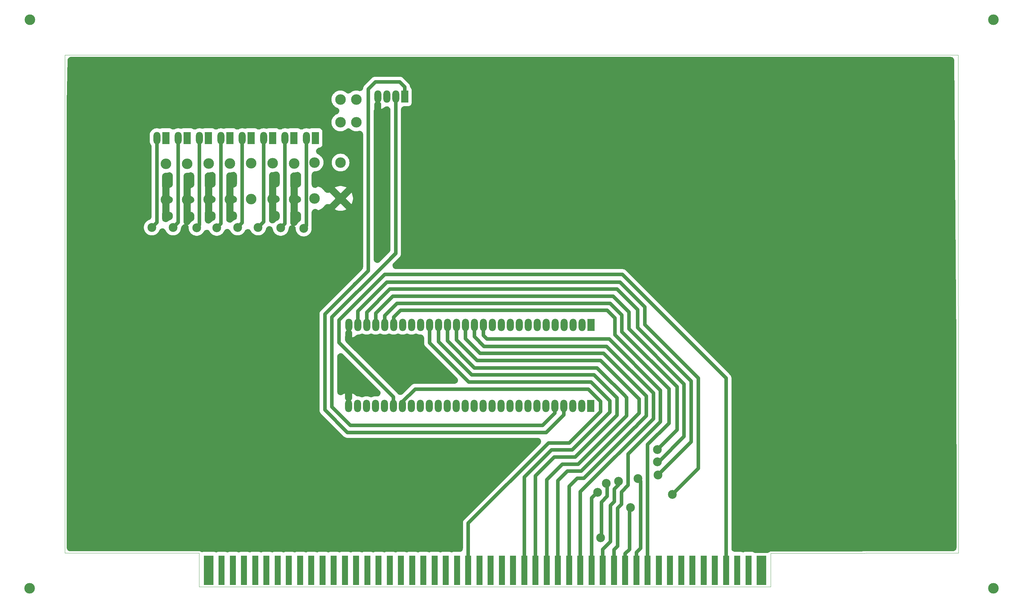
<source format=gtl>
%TF.GenerationSoftware,KiCad,Pcbnew,9.0.0*%
%TF.CreationDate,2025-06-17T12:42:55-03:00*%
%TF.ProjectId,ram_tester,72616d5f-7465-4737-9465-722e6b696361,rev?*%
%TF.SameCoordinates,Original*%
%TF.FileFunction,Copper,L1,Top*%
%TF.FilePolarity,Positive*%
%FSLAX46Y46*%
G04 Gerber Fmt 4.6, Leading zero omitted, Abs format (unit mm)*
G04 Created by KiCad (PCBNEW 9.0.0) date 2025-06-17 12:42:55*
%MOMM*%
%LPD*%
G01*
G04 APERTURE LIST*
%TA.AperFunction,ComponentPad*%
%ADD10C,3.000000*%
%TD*%
%TA.AperFunction,ComponentPad*%
%ADD11O,3.000000X3.000000*%
%TD*%
%TA.AperFunction,ComponentPad*%
%ADD12O,2.000000X3.500000*%
%TD*%
%TA.AperFunction,ComponentPad*%
%ADD13R,2.000000X3.500000*%
%TD*%
%TA.AperFunction,ConnectorPad*%
%ADD14R,2.794000X8.382000*%
%TD*%
%TA.AperFunction,ConnectorPad*%
%ADD15R,1.778000X8.382000*%
%TD*%
%TA.AperFunction,ViaPad*%
%ADD16C,3.001000*%
%TD*%
%TA.AperFunction,ViaPad*%
%ADD17C,2.500000*%
%TD*%
%TA.AperFunction,Conductor*%
%ADD18C,1.000000*%
%TD*%
%TA.AperFunction,Profile*%
%ADD19C,0.050000*%
%TD*%
G04 APERTURE END LIST*
D10*
%TO.P,R9,1*%
%TO.N,GND*%
X98200000Y-52180000D03*
D11*
%TO.P,R9,2*%
%TO.N,Net-(U1A-36{slash}A8)*%
X98200000Y-42020000D03*
%TD*%
D12*
%TO.P,U1,3,3.3V*%
%TO.N,+3.3V*%
X164022863Y-87999300D03*
%TO.P,U1,4,0*%
%TO.N,Net-(U1A-0)*%
X161482863Y-87999300D03*
%TO.P,U1,14,10*%
%TO.N,Net-(U1A-10)*%
X136082863Y-87999300D03*
%TO.P,U1,18,14*%
%TO.N,Net-(U1A-14)*%
X125922863Y-87999300D03*
%TO.P,U1,19,15*%
%TO.N,Net-(U1A-15)*%
X123382863Y-87999300D03*
%TO.P,U1,11,7*%
%TO.N,Net-(U1A-7)*%
X143702863Y-87999300D03*
%TO.P,U1,16,12*%
%TO.N,Net-(U1A-12)*%
X131002863Y-87999300D03*
%TO.P,U1,6,2*%
%TO.N,Net-(U1A-2)*%
X156402863Y-87999300D03*
%TO.P,U1,10,6*%
%TO.N,Net-(U1A-6)*%
X146242863Y-87999300D03*
%TO.P,U1,5,1*%
%TO.N,Net-(U1A-1)*%
X158942863Y-87999300D03*
%TO.P,U1,17,13*%
%TO.N,Net-(U1A-13)*%
X128462863Y-87999300D03*
%TO.P,U1,28,GND*%
%TO.N,GND*%
X100522863Y-87999300D03*
%TO.P,U1,9,5*%
%TO.N,Net-(U1A-5)*%
X148782863Y-87999300D03*
%TO.P,U1,13,9*%
%TO.N,Net-(U1A-9)*%
X138622863Y-87999300D03*
%TO.P,U1,12,8*%
%TO.N,Net-(U1A-8)*%
X141162863Y-87999300D03*
%TO.P,U1,8,4*%
%TO.N,Net-(U1A-4)*%
X151322863Y-87999300D03*
%TO.P,U1,7,3*%
%TO.N,Net-(U1A-3)*%
X153862863Y-87999300D03*
%TO.P,U1,15,11*%
%TO.N,Net-(U1A-11)*%
X133542863Y-87999300D03*
%TO.P,U1,21,17*%
%TO.N,Net-(U1A-17)*%
X118302863Y-87999300D03*
%TO.P,U1,25,21*%
%TO.N,Net-(U1A-21)*%
X108142863Y-87999300D03*
%TO.P,U1,22,18*%
%TO.N,Net-(U1A-18)*%
X115762863Y-87999300D03*
%TO.P,U1,20,16*%
%TO.N,Net-(U1A-16)*%
X120842863Y-87999300D03*
%TO.P,U1,23,19*%
%TO.N,Net-(U1A-19)*%
X113222863Y-87999300D03*
%TO.P,U1,24,20*%
%TO.N,Net-(U1A-20)*%
X110682863Y-87999300D03*
%TO.P,U1,27,23*%
%TO.N,Net-(U1A-23)*%
X103062863Y-87999300D03*
%TO.P,U1,26,22*%
%TO.N,Net-(U1A-22)*%
X105602863Y-87999300D03*
%TO.P,U1,33,28/RX*%
%TO.N,Net-(J1-Pin_2)*%
X158892863Y-110999300D03*
%TO.P,U1,40,38/A6*%
%TO.N,Net-(D7-A)*%
X141112863Y-110999300D03*
%TO.P,U1,41,37/A7*%
%TO.N,Net-(D8-A)*%
X138572863Y-110999300D03*
%TO.P,U1,43,35/A9*%
%TO.N,unconnected-(U1A-35{slash}A9-Pad43)*%
X133492863Y-110999300D03*
%TO.P,U1,32,29/TX*%
%TO.N,Net-(J1-Pin_1)*%
X161432863Y-110999300D03*
%TO.P,U1,42,36/A8*%
%TO.N,Net-(U1A-36{slash}A8)*%
X136032863Y-110999300D03*
%TO.P,U1,47,34/A10*%
%TO.N,unconnected-(U1A-34{slash}A10-Pad47)*%
X123332863Y-110999300D03*
%TO.P,U1,31,3.3V*%
%TO.N,+3.3V*%
X163972863Y-110999300D03*
%TO.P,U1,35,43/A1*%
%TO.N,Net-(D2-A)*%
X153812863Y-110999300D03*
%TO.P,U1,36,42/A2*%
%TO.N,Net-(D3-A)*%
X151272863Y-110999300D03*
%TO.P,U1,37,41/A3*%
%TO.N,Net-(D4-A)*%
X148732863Y-110999300D03*
%TO.P,U1,39,39/A5*%
%TO.N,Net-(D6-A)*%
X143652863Y-110999300D03*
%TO.P,U1,34,44/A0*%
%TO.N,Net-(D1-A)*%
X156352863Y-110999300D03*
%TO.P,U1,44,GND*%
%TO.N,GND*%
X130952863Y-110999300D03*
%TO.P,U1,45,3.3V*%
%TO.N,+3.3V*%
X128412863Y-110999300D03*
%TO.P,U1,38,40/A4*%
%TO.N,Net-(D5-A)*%
X146192863Y-110999300D03*
%TO.P,U1,46,RESET*%
%TO.N,unconnected-(U1A-RESET-Pad46)*%
X125872863Y-110999300D03*
%TO.P,U1,48,33/A11*%
%TO.N,unconnected-(U1A-33{slash}A11-Pad48)*%
X120792863Y-110999300D03*
%TO.P,U1,49,32/A12*%
%TO.N,unconnected-(U1A-32{slash}A12-Pad49)*%
X118252863Y-110999300D03*
%TO.P,U1,50,31/A13*%
%TO.N,Net-(U1A-31{slash}A13)*%
X115712863Y-110999300D03*
%TO.P,U1,54,25*%
%TO.N,unconnected-(U1A-25-Pad54)*%
X105552863Y-110999300D03*
%TO.P,U1,53,26*%
%TO.N,unconnected-(U1A-26-Pad53)*%
X108092863Y-110999300D03*
%TO.P,U1,51,30/A14*%
%TO.N,Net-(U1A-30{slash}A14)*%
X113172863Y-110999300D03*
%TO.P,U1,52,27*%
%TO.N,unconnected-(U1A-27-Pad52)*%
X110632863Y-110999300D03*
%TO.P,U1,55,24*%
%TO.N,unconnected-(U1A-24-Pad55)*%
X103012863Y-110999300D03*
%TO.P,U1,56,GND*%
%TO.N,GND*%
X100472863Y-110999300D03*
D13*
%TO.P,U1,29,vin*%
%TO.N,+5V*%
X169052863Y-110999300D03*
%TO.P,U1,1,vout*%
%TO.N,unconnected-(U1A-vout-Pad1)*%
X169102863Y-87999300D03*
D12*
%TO.P,U1,2,GND*%
%TO.N,GND*%
X166562863Y-87999300D03*
%TO.P,U1,30,GND*%
X166512863Y-110999300D03*
%TD*%
D11*
%TO.P,R8,2*%
%TO.N,GND*%
X48750000Y-52580000D03*
%TO.P,R8,1*%
%TO.N,Net-(D8-K)*%
X48750000Y-42420000D03*
%TD*%
%TO.P,R6,1*%
%TO.N,Net-(D6-K)*%
X60850000Y-42320000D03*
%TO.P,R6,2*%
%TO.N,GND*%
X60850000Y-52480000D03*
%TD*%
%TO.P,R2,1*%
%TO.N,Net-(D2-K)*%
X85050000Y-42320000D03*
%TO.P,R2,2*%
%TO.N,GND*%
X85050000Y-52480000D03*
%TD*%
D13*
%TO.P,D6,1,K*%
%TO.N,Net-(D6-K)*%
X60800000Y-35075000D03*
D12*
%TO.P,D6,2,A*%
%TO.N,Net-(D6-A)*%
X58260000Y-35075000D03*
%TD*%
D11*
%TO.P,R5,1*%
%TO.N,Net-(D5-K)*%
X66850000Y-42320000D03*
%TO.P,R5,2*%
%TO.N,GND*%
X66850000Y-52480000D03*
%TD*%
D12*
%TO.P,J1,2,Pin_2*%
%TO.N,Net-(J1-Pin_2)*%
X113810000Y-23300000D03*
D13*
%TO.P,J1,1,Pin_1*%
%TO.N,Net-(J1-Pin_1)*%
X116350000Y-23300000D03*
D12*
%TO.P,J1,3,Pin_3*%
%TO.N,+5V*%
X111270000Y-23300000D03*
%TO.P,J1,4,Pin_4*%
%TO.N,GND*%
X108730000Y-23300000D03*
%TD*%
D14*
%TO.P,U2,1*%
%TO.N,+5V*%
X60839863Y-157499300D03*
D15*
%TO.P,U2,2*%
%TO.N,unconnected-(U2-Pad2)*%
X64522863Y-157499300D03*
%TO.P,U2,3*%
%TO.N,unconnected-(U2-Pad3)*%
X67697863Y-157499300D03*
%TO.P,U2,4*%
%TO.N,unconnected-(U2-Pad4)*%
X70872863Y-157499300D03*
%TO.P,U2,5*%
%TO.N,unconnected-(U2-Pad5)*%
X74047863Y-157499300D03*
%TO.P,U2,6*%
%TO.N,unconnected-(U2-Pad6)*%
X77222863Y-157499300D03*
%TO.P,U2,7*%
%TO.N,unconnected-(U2-Pad7)*%
X80397863Y-157499300D03*
%TO.P,U2,8*%
%TO.N,unconnected-(U2-Pad8)*%
X83572863Y-157499300D03*
%TO.P,U2,9*%
%TO.N,unconnected-(U2-Pad9)*%
X86747863Y-157499300D03*
%TO.P,U2,10*%
%TO.N,unconnected-(U2-Pad10)*%
X89922863Y-157499300D03*
%TO.P,U2,11*%
%TO.N,unconnected-(U2-Pad11)*%
X93097863Y-157499300D03*
%TO.P,U2,12*%
%TO.N,unconnected-(U2-Pad12)*%
X96272863Y-157499300D03*
%TO.P,U2,13*%
%TO.N,unconnected-(U2-Pad13)*%
X99447863Y-157499300D03*
%TO.P,U2,14*%
%TO.N,unconnected-(U2-Pad14)*%
X102622863Y-157499300D03*
%TO.P,U2,15*%
%TO.N,unconnected-(U2-Pad15)*%
X105797863Y-157499300D03*
%TO.P,U2,16*%
%TO.N,unconnected-(U2-Pad16)*%
X108972863Y-157499300D03*
%TO.P,U2,17*%
%TO.N,unconnected-(U2-Pad17)*%
X112147863Y-157499300D03*
%TO.P,U2,18*%
%TO.N,unconnected-(U2-Pad18)*%
X115322863Y-157499300D03*
%TO.P,U2,19*%
%TO.N,unconnected-(U2-Pad19)*%
X118497863Y-157499300D03*
%TO.P,U2,20*%
%TO.N,unconnected-(U2-Pad20)*%
X121672863Y-157499300D03*
%TO.P,U2,21*%
%TO.N,unconnected-(U2-Pad21)*%
X124847863Y-157499300D03*
%TO.P,U2,22*%
%TO.N,unconnected-(U2-Pad22)*%
X128022863Y-157499300D03*
%TO.P,U2,23*%
%TO.N,unconnected-(U2-Pad23)*%
X131197863Y-157499300D03*
%TO.P,U2,24*%
%TO.N,Net-(U1A-31{slash}A13)*%
X134372863Y-157499300D03*
%TO.P,U2,25*%
%TO.N,unconnected-(U2-Pad25)*%
X137547863Y-157499300D03*
%TO.P,U2,26*%
%TO.N,unconnected-(U2-Pad26)*%
X140722863Y-157499300D03*
%TO.P,U2,27*%
%TO.N,unconnected-(U2-Pad27)*%
X143897863Y-157499300D03*
%TO.P,U2,28*%
%TO.N,unconnected-(U2-Pad28)*%
X147072863Y-157499300D03*
%TO.P,U2,29*%
%TO.N,Net-(U1A-15)*%
X150247863Y-157499300D03*
%TO.P,U2,30*%
%TO.N,Net-(U1A-14)*%
X153422863Y-157499300D03*
%TO.P,U2,31*%
%TO.N,Net-(U1A-13)*%
X156597863Y-157499300D03*
%TO.P,U2,32*%
%TO.N,Net-(U1A-12)*%
X159772863Y-157499300D03*
%TO.P,U2,33*%
%TO.N,Net-(U1A-11)*%
X162947863Y-157499300D03*
%TO.P,U2,34*%
%TO.N,Net-(U1A-10)*%
X166122863Y-157499300D03*
%TO.P,U2,35*%
%TO.N,Net-(U1A-23)*%
X169297863Y-157499300D03*
%TO.P,U2,36*%
%TO.N,Net-(U1A-22)*%
X172472863Y-157499300D03*
%TO.P,U2,37*%
%TO.N,Net-(U1A-9)*%
X175647863Y-157499300D03*
%TO.P,U2,38*%
%TO.N,Net-(U1A-21)*%
X178822863Y-157499300D03*
%TO.P,U2,39*%
%TO.N,Net-(U1A-20)*%
X181997863Y-157499300D03*
%TO.P,U2,40*%
%TO.N,Net-(U1A-19)*%
X185172863Y-157499300D03*
%TO.P,U2,41*%
%TO.N,unconnected-(U2-Pad41)*%
X188347863Y-157499300D03*
%TO.P,U2,42*%
%TO.N,unconnected-(U2-Pad42)*%
X191522863Y-157499300D03*
%TO.P,U2,43*%
%TO.N,unconnected-(U2-Pad43)*%
X194697863Y-157499300D03*
%TO.P,U2,44*%
%TO.N,unconnected-(U2-Pad44)*%
X197872863Y-157499300D03*
%TO.P,U2,45*%
%TO.N,unconnected-(U2-Pad45)*%
X201047863Y-157499300D03*
%TO.P,U2,46*%
%TO.N,unconnected-(U2-Pad46)*%
X204222863Y-157499300D03*
%TO.P,U2,47*%
%TO.N,Net-(U1A-30{slash}A14)*%
X207397863Y-157499300D03*
%TO.P,U2,48*%
%TO.N,unconnected-(U2-Pad48)*%
X210572863Y-157499300D03*
%TO.P,U2,49*%
%TO.N,unconnected-(U2-Pad49)*%
X213747863Y-157499300D03*
D14*
%TO.P,U2,50*%
%TO.N,GND*%
X217430863Y-157499300D03*
%TD*%
D11*
%TO.P,R3,1*%
%TO.N,Net-(D3-K)*%
X78950000Y-42220000D03*
%TO.P,R3,2*%
%TO.N,GND*%
X78950000Y-52380000D03*
%TD*%
%TO.P,R4,1*%
%TO.N,Net-(D4-K)*%
X72850000Y-42220000D03*
%TO.P,R4,2*%
%TO.N,GND*%
X72850000Y-52380000D03*
%TD*%
D13*
%TO.P,D2,1,K*%
%TO.N,Net-(D2-K)*%
X85000000Y-35075000D03*
D12*
%TO.P,D2,2,A*%
%TO.N,Net-(D2-A)*%
X82460000Y-35075000D03*
%TD*%
D13*
%TO.P,D1,1,K*%
%TO.N,Net-(D1-K)*%
X91050000Y-35075000D03*
D12*
%TO.P,D1,2,A*%
%TO.N,Net-(D1-A)*%
X88510000Y-35075000D03*
%TD*%
D13*
%TO.P,D5,1,K*%
%TO.N,Net-(D5-K)*%
X66850000Y-35075000D03*
D12*
%TO.P,D5,2,A*%
%TO.N,Net-(D5-A)*%
X64310000Y-35075000D03*
%TD*%
D13*
%TO.P,D7,1,K*%
%TO.N,Net-(D7-K)*%
X54750000Y-35075000D03*
D12*
%TO.P,D7,2,A*%
%TO.N,Net-(D7-A)*%
X52210000Y-35075000D03*
%TD*%
D11*
%TO.P,R1,1*%
%TO.N,Net-(D1-K)*%
X90850000Y-42020000D03*
%TO.P,R1,2*%
%TO.N,GND*%
X90850000Y-52180000D03*
%TD*%
%TO.P,R7,1*%
%TO.N,Net-(D7-K)*%
X54750000Y-42420000D03*
%TO.P,R7,2*%
%TO.N,GND*%
X54750000Y-52580000D03*
%TD*%
D13*
%TO.P,D4,1,K*%
%TO.N,Net-(D4-K)*%
X72900000Y-35075000D03*
D12*
%TO.P,D4,2,A*%
%TO.N,Net-(D4-A)*%
X70360000Y-35075000D03*
%TD*%
D11*
%TO.P,SW1,1,1*%
%TO.N,Net-(U1A-36{slash}A8)*%
X98150000Y-30650000D03*
X98150000Y-24150000D03*
%TO.P,SW1,2,2*%
%TO.N,+3.3V*%
X102650000Y-30650000D03*
X102650000Y-24150000D03*
%TD*%
D13*
%TO.P,D3,1,K*%
%TO.N,Net-(D3-K)*%
X78950000Y-35075000D03*
D12*
%TO.P,D3,2,A*%
%TO.N,Net-(D3-A)*%
X76410000Y-35075000D03*
%TD*%
D13*
%TO.P,D8,1,K*%
%TO.N,Net-(D8-K)*%
X48700000Y-35075000D03*
D12*
%TO.P,D8,2,A*%
%TO.N,Net-(D8-A)*%
X46160000Y-35075000D03*
%TD*%
D16*
%TO.N,*%
X283100000Y-1600000D03*
X283100000Y-162599300D03*
X10147900Y-162599300D03*
X10200000Y-1600000D03*
D17*
%TO.N,Net-(U1A-22)*%
X188091903Y-130518340D03*
X176921863Y-132288594D03*
%TO.N,Net-(U1A-23)*%
X170977590Y-135403027D03*
X192145286Y-136056470D03*
%TO.N,Net-(D4-A)*%
X69050000Y-60400000D03*
%TO.N,Net-(U1A-21)*%
X187922863Y-126798292D03*
X180329974Y-139759528D03*
%TO.N,Net-(D6-A)*%
X57450000Y-60500000D03*
%TO.N,Net-(D5-A)*%
X63150000Y-60500000D03*
%TO.N,Net-(U1A-7)*%
X171872863Y-148299300D03*
X173452466Y-132928151D03*
%TO.N,Net-(D1-A)*%
X87750000Y-60700000D03*
%TO.N,Net-(D2-A)*%
X81250000Y-60500000D03*
%TO.N,Net-(D7-A)*%
X50750000Y-60400000D03*
%TO.N,Net-(D8-A)*%
X44750000Y-60400000D03*
%TO.N,Net-(U1A-20)*%
X187922863Y-123298289D03*
X182422863Y-131538386D03*
%TO.N,Net-(D3-A)*%
X74850000Y-60400000D03*
%TD*%
D18*
%TO.N,Net-(J1-Pin_1)*%
X106080000Y-21210000D02*
X106080000Y-72661037D01*
X106080000Y-72661037D02*
X101620519Y-77120518D01*
X108077037Y-19212963D02*
X106080000Y-21210000D01*
X114922963Y-19212963D02*
X108077037Y-19212963D01*
X116350000Y-20640000D02*
X114922963Y-19212963D01*
X101620519Y-77120518D02*
X101620519Y-77120519D01*
X116350000Y-23300000D02*
X116350000Y-20640000D01*
%TO.N,Net-(U1A-9)*%
X138622863Y-90972863D02*
X138622863Y-87999300D01*
X139649300Y-91999300D02*
X138622863Y-90972863D01*
X174262387Y-91999300D02*
X139649300Y-91999300D01*
X188801420Y-106538333D02*
X174262387Y-91999300D01*
X179671863Y-124579349D02*
X188801420Y-115449792D01*
X188801420Y-115449792D02*
X188801420Y-106538333D01*
X179672863Y-131149092D02*
X179671863Y-131148092D01*
X179671863Y-131148092D02*
X179671863Y-124579349D01*
X179672863Y-133428096D02*
X179672863Y-131149092D01*
X177730590Y-135370370D02*
X179672863Y-133428096D01*
X176672863Y-139919644D02*
X177730590Y-138861916D01*
X176672863Y-150648300D02*
X176672863Y-139919644D01*
X175647863Y-151673300D02*
X176672863Y-150648300D01*
X177730590Y-138861916D02*
X177730590Y-135370370D01*
X175647863Y-157499300D02*
X175647863Y-151673300D01*
%TO.N,Net-(U1A-10)*%
X186800420Y-114620949D02*
X166122863Y-135298507D01*
X166122863Y-135298507D02*
X166122863Y-157499300D01*
X186800420Y-107367175D02*
X186800420Y-114620949D01*
X173532547Y-94099300D02*
X186800420Y-107367175D01*
X136082863Y-91342863D02*
X138839300Y-94099300D01*
X138839300Y-94099300D02*
X173532547Y-94099300D01*
X136082863Y-87999300D02*
X136082863Y-91342863D01*
%TO.N,Net-(U1A-11)*%
X165480548Y-131453302D02*
X165480544Y-131453301D01*
X167138229Y-131453300D02*
X167138228Y-131453301D01*
X169482549Y-129108984D02*
X168310390Y-130281143D01*
X170654705Y-127936825D02*
X169482549Y-129108981D01*
X167138228Y-131453301D02*
X167138227Y-131453300D01*
X180161104Y-118430426D02*
X170654705Y-127936825D01*
X180510106Y-118081425D02*
X180161106Y-118430426D01*
X169482549Y-129108982D02*
X169482549Y-129108984D01*
X181333259Y-117258269D02*
X180771483Y-117820047D01*
X180161106Y-118430426D02*
X180161104Y-118430426D01*
X181333261Y-117258269D02*
X181333259Y-117258269D01*
X168310390Y-130281143D02*
X168310386Y-130281143D01*
X182505415Y-116086124D02*
X181968993Y-116622537D01*
X182505415Y-116086114D02*
X182505415Y-116086124D01*
X165480549Y-131453301D02*
X165480548Y-131453302D01*
X182505420Y-116086109D02*
X182505415Y-116086114D01*
X162947863Y-133724300D02*
X162947863Y-157499300D01*
X182505420Y-116086108D02*
X182505420Y-116086109D01*
X182505420Y-116086107D02*
X182505420Y-116086108D01*
X183203420Y-115388110D02*
X182505420Y-116086107D01*
X165480544Y-131453301D02*
X165218861Y-131453302D01*
X184799420Y-113792107D02*
X183203420Y-115388108D01*
X181801324Y-116790205D02*
X181333261Y-117258267D01*
X184799421Y-113792106D02*
X184799420Y-113792107D01*
X181333261Y-117258267D02*
X181333261Y-117258269D01*
X184799420Y-112963264D02*
X184799421Y-113792106D01*
X168310384Y-130281143D02*
X167138229Y-131453300D01*
X184799420Y-108196018D02*
X184799420Y-109853701D01*
X169482549Y-129108981D02*
X169482549Y-129108982D01*
X184799420Y-108196018D02*
X184799420Y-108196017D01*
X167138227Y-131453300D02*
X165480549Y-131453301D01*
X171046021Y-96100300D02*
X172703705Y-96100300D01*
X181968993Y-116622537D02*
X181801324Y-116790205D01*
X184799420Y-109853701D02*
X184799420Y-112963264D01*
X180771483Y-117820047D02*
X180510106Y-118081425D01*
X137709668Y-96100300D02*
X171046021Y-96100300D01*
X165218861Y-131453302D02*
X162947863Y-133724300D01*
X133542863Y-91933495D02*
X137709668Y-96100300D01*
X168310386Y-130281143D02*
X168310384Y-130281143D01*
X133542863Y-87999300D02*
X133542863Y-91933495D01*
X172703705Y-96100300D02*
X184799420Y-108196018D01*
X183203420Y-115388108D02*
X183203420Y-115388110D01*
%TO.N,Net-(U1A-12)*%
X162994021Y-129452300D02*
X162419863Y-129452300D01*
X159772863Y-132099300D02*
X159772863Y-157499300D01*
X164651706Y-129452301D02*
X164651705Y-129452301D01*
X162419863Y-129452300D02*
X159772863Y-132099300D01*
X166309385Y-129452300D02*
X164651706Y-129452301D01*
X164651705Y-129452301D02*
X162994021Y-129452300D01*
X167481548Y-128280142D02*
X167481547Y-128280142D01*
X168653705Y-127107984D02*
X167481548Y-128280142D01*
X179681261Y-116080426D02*
X179332261Y-116429427D01*
X166309388Y-129452300D02*
X166309386Y-129452300D01*
X180030261Y-115731425D02*
X179681261Y-116080426D01*
X180030260Y-115731425D02*
X180030261Y-115731425D01*
X180346367Y-115415320D02*
X180030260Y-115731425D01*
X180504420Y-115257269D02*
X180346367Y-115415320D01*
X180504420Y-115257268D02*
X180504420Y-115257269D01*
X180504420Y-115257266D02*
X180504420Y-115257267D01*
X180504420Y-115257267D02*
X180504420Y-115257268D01*
X181202420Y-114559267D02*
X181202420Y-114559266D01*
X182798420Y-112963265D02*
X181202420Y-114559267D01*
X166309386Y-129452300D02*
X166309385Y-129452300D01*
X182798420Y-109024859D02*
X182798420Y-112963265D01*
X167481547Y-128280142D02*
X166309388Y-129452300D01*
X136880826Y-98101300D02*
X171874863Y-98101300D01*
X131002863Y-92223337D02*
X136880826Y-98101300D01*
X171874863Y-98101300D02*
X182798420Y-109024859D01*
X131002863Y-87999300D02*
X131002863Y-92223337D01*
X181202420Y-114559267D02*
X180504420Y-115257266D01*
X179332261Y-116429427D02*
X168653705Y-127107984D01*
%TO.N,Net-(U1A-13)*%
X161020863Y-127451300D02*
X156597863Y-131874300D01*
X156597863Y-131874300D02*
X156597863Y-157499300D01*
X163822862Y-127451300D02*
X162165180Y-127451300D01*
X162165180Y-127451300D02*
X161020863Y-127451300D01*
X165480547Y-127451301D02*
X165480545Y-127451300D01*
X166652706Y-126279142D02*
X165480547Y-127451300D01*
X178503420Y-114428425D02*
X178503420Y-114428427D01*
X166652706Y-126279142D02*
X166652706Y-126279141D01*
X179201420Y-113730425D02*
X178503420Y-114428425D01*
X179201420Y-108568173D02*
X179201420Y-113730425D01*
X172004706Y-101371459D02*
X178503420Y-107870173D01*
X165480547Y-127451300D02*
X165480547Y-127451301D01*
X172004706Y-101371458D02*
X172004706Y-101371459D01*
X170832547Y-100199299D02*
X172004706Y-101371458D01*
X165480545Y-127451300D02*
X163822863Y-127451300D01*
X170832547Y-100199300D02*
X170832547Y-100199299D01*
X163822863Y-127451300D02*
X163822862Y-127451300D01*
X169174864Y-100199300D02*
X169174863Y-100199299D01*
X169174863Y-100199299D02*
X170832547Y-100199300D01*
X178503420Y-107870173D02*
X179201420Y-108568173D01*
X169174862Y-100199300D02*
X169174863Y-100199299D01*
X178503420Y-114428427D02*
X166652706Y-126279142D01*
X167517180Y-100199300D02*
X169174862Y-100199300D01*
X128462863Y-92513179D02*
X136148984Y-100199300D01*
X169174862Y-100199300D02*
X169174864Y-100199300D01*
X136148984Y-100199300D02*
X167517180Y-100199300D01*
X128462863Y-87999300D02*
X128462863Y-92513179D01*
%TO.N,Net-(U1A-14)*%
X153422863Y-130779142D02*
X153422863Y-157499300D01*
X158751705Y-125450300D02*
X153422863Y-130779142D01*
X162994021Y-125450300D02*
X158751705Y-125450300D01*
X164651704Y-125450300D02*
X162994021Y-125450300D01*
X164651705Y-125450300D02*
X164651704Y-125450300D01*
X176502420Y-111941901D02*
X176502420Y-113599585D01*
X171175863Y-103372459D02*
X176502420Y-108699015D01*
X135320142Y-102200300D02*
X168346021Y-102200300D01*
X176502420Y-113599585D02*
X164651705Y-125450300D01*
X176502420Y-108699015D02*
X176502420Y-108699016D01*
X125922863Y-92803021D02*
X135320142Y-102200300D01*
X176502420Y-108699016D02*
X176502420Y-110356699D01*
X176502420Y-110356699D02*
X176502420Y-111941901D01*
X168346021Y-102200300D02*
X170003705Y-102200300D01*
X170003705Y-102200300D02*
X170003704Y-102200300D01*
X125922863Y-87999300D02*
X125922863Y-92803021D01*
X170003705Y-102200300D02*
X171175863Y-103372459D01*
%TO.N,Net-(U1A-15)*%
X150247863Y-131124300D02*
X150247863Y-157499300D01*
X157922863Y-123449300D02*
X150247863Y-131124300D01*
X163822863Y-123449300D02*
X157922863Y-123449300D01*
X174501420Y-109527857D02*
X174501420Y-112770743D01*
X169174863Y-104201300D02*
X174501420Y-109527857D01*
X134491300Y-104201300D02*
X169174863Y-104201300D01*
X123382863Y-93092863D02*
X134491300Y-104201300D01*
X174501420Y-112770743D02*
X163822863Y-123449300D01*
X123382863Y-87999300D02*
X123382863Y-93092863D01*
%TO.N,Net-(U1A-19)*%
X191201420Y-106108491D02*
X191201420Y-115879633D01*
X175872863Y-90779934D02*
X191201420Y-106108491D01*
X175872863Y-86069461D02*
X175872863Y-90779934D01*
X115160700Y-83899300D02*
X173702702Y-83899300D01*
X113222863Y-85837137D02*
X115160700Y-83899300D01*
X185172863Y-121908190D02*
X185172863Y-157499300D01*
X173702702Y-83899300D02*
X175872863Y-86069461D01*
X113222863Y-87999300D02*
X113222863Y-85837137D01*
X191201420Y-115879633D02*
X185172863Y-121908190D01*
%TO.N,Net-(U1A-20)*%
X174531543Y-81898300D02*
X177873863Y-85240620D01*
X177873863Y-89951093D02*
X193498420Y-105575650D01*
X114161700Y-81898300D02*
X174531543Y-81898300D01*
X110682863Y-87999300D02*
X110682863Y-85377137D01*
X110682863Y-85377137D02*
X114161700Y-81898300D01*
X177873863Y-85240620D02*
X177873863Y-89951093D01*
X193498420Y-105575650D02*
X193498420Y-117722732D01*
X193498420Y-117722732D02*
X187922863Y-123298289D01*
%TO.N,Net-(U1A-21)*%
X108142863Y-84747383D02*
X108142863Y-87999300D01*
X112992946Y-79897300D02*
X108142863Y-84747383D01*
X175360384Y-79897300D02*
X112992946Y-79897300D01*
X179874863Y-84411778D02*
X175360384Y-79897300D01*
X179874863Y-89122251D02*
X179874863Y-84411778D01*
X195499420Y-104746808D02*
X180371863Y-89619251D01*
X180371863Y-89619251D02*
X179874863Y-89122251D01*
X195499420Y-119612234D02*
X195499420Y-104746808D01*
X188313362Y-126798292D02*
X195499420Y-119612234D01*
X187922863Y-126798292D02*
X188313362Y-126798292D01*
%TO.N,Net-(U1A-22)*%
X197500420Y-121109823D02*
X188091903Y-130518340D01*
X197500420Y-103917966D02*
X197500420Y-121109823D01*
X182372863Y-88790409D02*
X197500420Y-103917966D01*
X182372863Y-87132725D02*
X182372863Y-88790409D01*
X182372863Y-83739617D02*
X182372863Y-87132725D01*
X112164104Y-77896300D02*
X176529546Y-77896300D01*
X105602863Y-84457541D02*
X112164104Y-77896300D01*
X176529546Y-77896300D02*
X182372863Y-83739617D01*
X105602863Y-87999300D02*
X105602863Y-84457541D01*
X182372863Y-88790409D02*
X182372863Y-88790408D01*
%TO.N,Net-(U1A-23)*%
X199501420Y-103089124D02*
X199501420Y-128700336D01*
X184373863Y-87961567D02*
X199501420Y-103089124D01*
X184373863Y-82910776D02*
X184373863Y-87961567D01*
X177358388Y-75895300D02*
X184373863Y-82910776D01*
X103062863Y-84167699D02*
X111335262Y-75895300D01*
X111335262Y-75895300D02*
X177358388Y-75895300D01*
X103062863Y-87999300D02*
X103062863Y-84167699D01*
X199501420Y-128700336D02*
X192145286Y-136056470D01*
%TO.N,Net-(J1-Pin_2)*%
X95750420Y-85820459D02*
X110685439Y-70885439D01*
X155400700Y-116499300D02*
X101001420Y-116499300D01*
X101001420Y-116499300D02*
X95750420Y-111248300D01*
X158892863Y-113007137D02*
X155400700Y-116499300D01*
X95750420Y-111248300D02*
X95750420Y-85820459D01*
X158892863Y-110999300D02*
X158892863Y-113007137D01*
%TO.N,Net-(J1-Pin_1)*%
X93749420Y-112077142D02*
X100172579Y-118500300D01*
X100172579Y-118500300D02*
X156429700Y-118500300D01*
X93749420Y-84991618D02*
X93749420Y-112077142D01*
X161432863Y-113497137D02*
X161432863Y-110999300D01*
X101620519Y-77120519D02*
X93749420Y-84991618D01*
X156429700Y-118500300D02*
X161432863Y-113497137D01*
%TO.N,Net-(U1A-22)*%
X172472863Y-151589802D02*
X174623863Y-149438802D01*
X176921863Y-133349256D02*
X176921863Y-132288594D01*
X176771757Y-132438700D02*
X176921863Y-132288594D01*
X172472863Y-157499300D02*
X172472863Y-151589802D01*
X175729590Y-134541529D02*
X176921863Y-133349256D01*
X175729590Y-138033075D02*
X175729590Y-134541529D01*
X188091903Y-130518340D02*
X188313362Y-130739799D01*
X174623863Y-149438802D02*
X174623863Y-139138802D01*
X174623863Y-139138802D02*
X175729590Y-138033075D01*
%TO.N,Net-(U1A-23)*%
X169297863Y-157499300D02*
X169297863Y-137082754D01*
X169297863Y-137082754D02*
X170977590Y-135403027D01*
%TO.N,Net-(D4-A)*%
X70360000Y-59090000D02*
X70360000Y-35075000D01*
X69050000Y-60400000D02*
X70360000Y-59090000D01*
%TO.N,Net-(U1A-21)*%
X178822863Y-152819458D02*
X178822863Y-157499300D01*
X180072863Y-140016639D02*
X180329974Y-139759528D01*
X180072863Y-151569458D02*
X180072863Y-140016639D01*
X180072863Y-151569458D02*
X178822863Y-152819458D01*
X187922863Y-126798292D02*
X188313362Y-127188791D01*
%TO.N,Net-(U1A-30{slash}A14)*%
X97751420Y-86649300D02*
X110702420Y-73698300D01*
X207397863Y-103104933D02*
X207397863Y-157499300D01*
X177991230Y-73698300D02*
X207397863Y-103104933D01*
X97751420Y-92977858D02*
X101137141Y-96363579D01*
X113172863Y-110999300D02*
X113172863Y-108399300D01*
X97751420Y-86649300D02*
X97751420Y-92977858D01*
X113172863Y-108399300D02*
X101137141Y-96363579D01*
X110702420Y-73698300D02*
X177991230Y-73698300D01*
%TO.N,Net-(U1A-31{slash}A13)*%
X171872221Y-112570100D02*
X162994021Y-121448300D01*
X115712863Y-110999300D02*
X115712863Y-109797219D01*
X162994021Y-121448300D02*
X157094021Y-121448300D01*
X115712863Y-109797219D02*
X119307782Y-106202300D01*
X134372863Y-144169458D02*
X134372863Y-157499300D01*
X119307782Y-106202300D02*
X168346021Y-106202300D01*
X157094021Y-121448300D02*
X134372863Y-144169458D01*
X168346021Y-106202300D02*
X171872221Y-109728500D01*
X171872221Y-109728500D02*
X171872221Y-112570100D01*
%TO.N,Net-(D6-A)*%
X57450000Y-60500000D02*
X58260000Y-59690000D01*
X58260000Y-59690000D02*
X58260000Y-35075000D01*
%TO.N,Net-(D5-A)*%
X63150000Y-60500000D02*
X64310000Y-59340000D01*
X64310000Y-59340000D02*
X64310000Y-35075000D01*
%TO.N,Net-(U1A-7)*%
X172072863Y-138198256D02*
X173728590Y-136542529D01*
X172072863Y-148099300D02*
X172072863Y-138198256D01*
X173728590Y-133204275D02*
X173452466Y-132928151D01*
X171872863Y-148299300D02*
X172072863Y-148099300D01*
X173728590Y-136542529D02*
X173728590Y-133204275D01*
%TO.N,Net-(D1-A)*%
X87750000Y-60700000D02*
X88510000Y-59940000D01*
X88510000Y-59940000D02*
X88510000Y-35075000D01*
%TO.N,Net-(D2-A)*%
X81250000Y-60500000D02*
X82460000Y-59290000D01*
X82460000Y-59290000D02*
X82460000Y-35075000D01*
%TO.N,Net-(D7-A)*%
X52210000Y-58940000D02*
X52210000Y-35075000D01*
X50750000Y-60400000D02*
X52210000Y-58940000D01*
%TO.N,Net-(D8-A)*%
X46160000Y-58990000D02*
X46160000Y-35075000D01*
X44750000Y-60400000D02*
X46160000Y-58990000D01*
%TO.N,Net-(U1A-20)*%
X183171863Y-151300300D02*
X183171863Y-132287386D01*
X181997863Y-157499300D02*
X181997863Y-152474300D01*
X183171863Y-132287386D02*
X182422863Y-131538386D01*
X181997863Y-152474300D02*
X183171863Y-151300300D01*
%TO.N,Net-(D3-A)*%
X74850000Y-60400000D02*
X76410000Y-58840000D01*
X76410000Y-58840000D02*
X76410000Y-35075000D01*
%TO.N,Net-(J1-Pin_1)*%
X102450420Y-76290618D02*
X101620519Y-77120519D01*
%TO.N,Net-(J1-Pin_2)*%
X110685439Y-70885439D02*
X113710000Y-67860879D01*
X113810000Y-23300000D02*
X113810000Y-67760878D01*
X113810000Y-67760878D02*
X110685439Y-70885439D01*
%TD*%
%TA.AperFunction,Conductor*%
%TO.N,GND*%
G36*
X61934871Y-44697989D02*
G01*
X62131858Y-44743315D01*
X62315688Y-44827367D01*
X62478836Y-44946703D01*
X62614622Y-45096437D01*
X62717488Y-45270440D01*
X62783221Y-45461587D01*
X62809131Y-45662054D01*
X62809500Y-45689217D01*
X62809500Y-48069919D01*
X62789050Y-48271016D01*
X62728539Y-48463880D01*
X62630443Y-48640616D01*
X62498778Y-48793987D01*
X62338935Y-48917715D01*
X62230295Y-48976436D01*
X61850000Y-49152545D01*
X61850000Y-51479999D01*
X61851756Y-51481755D01*
X61861099Y-51481282D01*
X61936113Y-51492773D01*
X62011597Y-51500450D01*
X62035811Y-51508047D01*
X62060902Y-51511891D01*
X62132065Y-51538246D01*
X62204461Y-51560961D01*
X62226650Y-51573277D01*
X62250454Y-51582093D01*
X62314852Y-51622232D01*
X62381197Y-51659057D01*
X62400455Y-51675589D01*
X62421994Y-51689015D01*
X62476989Y-51741292D01*
X62534568Y-51790722D01*
X62550105Y-51810794D01*
X62568499Y-51828279D01*
X62611843Y-51890552D01*
X62658296Y-51950565D01*
X62669474Y-51973353D01*
X62683972Y-51994183D01*
X62713896Y-52063915D01*
X62747314Y-52132042D01*
X62753675Y-52156610D01*
X62763685Y-52179936D01*
X62778959Y-52254262D01*
X62797980Y-52327724D01*
X62800290Y-52358060D01*
X62804374Y-52377933D01*
X62809500Y-52479000D01*
X62809500Y-52481000D01*
X62789050Y-52682097D01*
X62728539Y-52874961D01*
X62630443Y-53051697D01*
X62498778Y-53205068D01*
X62338935Y-53328796D01*
X62157458Y-53417814D01*
X61961776Y-53468480D01*
X61853257Y-53476743D01*
X61850000Y-53480001D01*
X61850000Y-55834142D01*
X61940775Y-55901466D01*
X61990568Y-55912193D01*
X62060902Y-55922968D01*
X62089154Y-55933431D01*
X62118605Y-55939776D01*
X62183718Y-55968454D01*
X62250454Y-55993170D01*
X62276025Y-56009108D01*
X62303592Y-56021250D01*
X62361600Y-56062448D01*
X62421994Y-56100092D01*
X62443830Y-56120848D01*
X62468392Y-56138293D01*
X62516926Y-56190332D01*
X62568499Y-56239356D01*
X62585708Y-56264081D01*
X62606258Y-56286115D01*
X62643324Y-56346860D01*
X62683972Y-56405260D01*
X62695851Y-56432942D01*
X62711546Y-56458663D01*
X62735626Y-56525628D01*
X62763685Y-56591013D01*
X62769749Y-56620521D01*
X62779944Y-56648873D01*
X62790050Y-56719311D01*
X62804374Y-56789010D01*
X62806737Y-56835608D01*
X62808653Y-56848959D01*
X62809500Y-56890077D01*
X62809500Y-57537604D01*
X62789050Y-57738701D01*
X62728539Y-57931565D01*
X62630443Y-58108301D01*
X62498778Y-58261672D01*
X62338935Y-58385400D01*
X62192810Y-58460556D01*
X62152495Y-58477255D01*
X61897007Y-58624761D01*
X61662960Y-58804352D01*
X61662958Y-58804353D01*
X61662958Y-58804354D01*
X61465894Y-59001417D01*
X61309242Y-59129150D01*
X61130079Y-59222737D01*
X60935743Y-59278344D01*
X60734193Y-59293692D01*
X60533678Y-59268155D01*
X60342409Y-59202777D01*
X60168215Y-59100235D01*
X60018228Y-58964727D01*
X59898590Y-58801801D01*
X59814197Y-58618128D01*
X59768505Y-58421225D01*
X59760500Y-58295013D01*
X59760500Y-56403376D01*
X59780950Y-56202279D01*
X59841461Y-56009415D01*
X59850000Y-55994030D01*
X59850000Y-53382168D01*
X59831776Y-53347280D01*
X59821313Y-53310715D01*
X59806315Y-53275765D01*
X59793577Y-53213784D01*
X59776169Y-53152944D01*
X59772428Y-53110868D01*
X59765626Y-53077768D01*
X59760500Y-52976701D01*
X59760500Y-52427339D01*
X60450000Y-52427339D01*
X60450000Y-52532661D01*
X60477259Y-52634394D01*
X60529920Y-52725606D01*
X60604394Y-52800080D01*
X60695606Y-52852741D01*
X60797339Y-52880000D01*
X60902661Y-52880000D01*
X61004394Y-52852741D01*
X61095606Y-52800080D01*
X61170080Y-52725606D01*
X61222741Y-52634394D01*
X61250000Y-52532661D01*
X61250000Y-52427339D01*
X61222741Y-52325606D01*
X61170080Y-52234394D01*
X61095606Y-52159920D01*
X61004394Y-52107259D01*
X60902661Y-52080000D01*
X60797339Y-52080000D01*
X60695606Y-52107259D01*
X60604394Y-52159920D01*
X60529920Y-52234394D01*
X60477259Y-52325606D01*
X60450000Y-52427339D01*
X59760500Y-52427339D01*
X59760500Y-51983299D01*
X59780950Y-51782202D01*
X59841461Y-51589338D01*
X59850000Y-51573953D01*
X59850000Y-48962494D01*
X59832884Y-48929964D01*
X59824754Y-48901869D01*
X59812672Y-48875240D01*
X59796722Y-48804992D01*
X59776699Y-48735795D01*
X59774391Y-48706643D01*
X59767916Y-48678123D01*
X59760500Y-48556622D01*
X59760500Y-45819500D01*
X59780950Y-45618403D01*
X59841461Y-45425539D01*
X59939557Y-45248803D01*
X60071222Y-45095432D01*
X60231065Y-44971704D01*
X60412542Y-44882686D01*
X60608224Y-44832020D01*
X60759500Y-44820500D01*
X60990419Y-44820500D01*
X60990425Y-44820500D01*
X61269509Y-44789055D01*
X61425288Y-44753499D01*
X61570646Y-44720323D01*
X61571148Y-44722525D01*
X61732792Y-44693244D01*
X61934871Y-44697989D01*
G37*
%TD.AperFunction*%
%TA.AperFunction,Conductor*%
G36*
X80228320Y-44611535D02*
G01*
X80416574Y-44685148D01*
X80586156Y-44795149D01*
X80730123Y-44937035D01*
X80842582Y-45104997D01*
X80918929Y-45292159D01*
X80956037Y-45490857D01*
X80959500Y-45573966D01*
X80959500Y-47985087D01*
X80959229Y-47987743D01*
X80959486Y-47990403D01*
X80948997Y-48088365D01*
X80939050Y-48186184D01*
X80938251Y-48188728D01*
X80937967Y-48191388D01*
X80907966Y-48285254D01*
X80878539Y-48379048D01*
X80877243Y-48381381D01*
X80876430Y-48383928D01*
X80828206Y-48469730D01*
X80780443Y-48555784D01*
X80778701Y-48557812D01*
X80777394Y-48560139D01*
X80712939Y-48634415D01*
X80648778Y-48709155D01*
X80646664Y-48710791D01*
X80644915Y-48712807D01*
X80566857Y-48772566D01*
X80488935Y-48832883D01*
X80486533Y-48834061D01*
X80484416Y-48835682D01*
X80395675Y-48884322D01*
X79950000Y-49100001D01*
X79950000Y-51379999D01*
X79950001Y-51380000D01*
X79960500Y-51380000D01*
X79985748Y-51382567D01*
X80011099Y-51381282D01*
X80086113Y-51392773D01*
X80161597Y-51400450D01*
X80185811Y-51408047D01*
X80210902Y-51411891D01*
X80282065Y-51438246D01*
X80354461Y-51460961D01*
X80376650Y-51473277D01*
X80400454Y-51482093D01*
X80464852Y-51522232D01*
X80531197Y-51559057D01*
X80550455Y-51575589D01*
X80571994Y-51589015D01*
X80626989Y-51641292D01*
X80684568Y-51690722D01*
X80700105Y-51710794D01*
X80718499Y-51728279D01*
X80761843Y-51790552D01*
X80808296Y-51850565D01*
X80819474Y-51873353D01*
X80833972Y-51894183D01*
X80863896Y-51963915D01*
X80897314Y-52032042D01*
X80903675Y-52056610D01*
X80913685Y-52079936D01*
X80928959Y-52154262D01*
X80947980Y-52227724D01*
X80950290Y-52258060D01*
X80954374Y-52277933D01*
X80959500Y-52379000D01*
X80959500Y-52381000D01*
X80939050Y-52582097D01*
X80878539Y-52774961D01*
X80780443Y-52951697D01*
X80648778Y-53105068D01*
X80488935Y-53228796D01*
X80307458Y-53317814D01*
X80111776Y-53368480D01*
X79960500Y-53380000D01*
X79950001Y-53380000D01*
X79950000Y-53380001D01*
X79950000Y-55734142D01*
X80008240Y-55777336D01*
X80011099Y-55777192D01*
X80040882Y-55781754D01*
X80071006Y-55782041D01*
X80140564Y-55797025D01*
X80210902Y-55807801D01*
X80239152Y-55818263D01*
X80268607Y-55824609D01*
X80333726Y-55853289D01*
X80400454Y-55878003D01*
X80426025Y-55893941D01*
X80453594Y-55906084D01*
X80511601Y-55947281D01*
X80571994Y-55984925D01*
X80593831Y-56005683D01*
X80618394Y-56023128D01*
X80666924Y-56075164D01*
X80718499Y-56124189D01*
X80735710Y-56148917D01*
X80756259Y-56170950D01*
X80793320Y-56231687D01*
X80833972Y-56290093D01*
X80845854Y-56317781D01*
X80861546Y-56343498D01*
X80885623Y-56410456D01*
X80913685Y-56475846D01*
X80919748Y-56505354D01*
X80929945Y-56533708D01*
X80940053Y-56604156D01*
X80954374Y-56673843D01*
X80956736Y-56720432D01*
X80958654Y-56733793D01*
X80959500Y-56774910D01*
X80959500Y-57516894D01*
X80939050Y-57717991D01*
X80878539Y-57910855D01*
X80780443Y-58087591D01*
X80648778Y-58240962D01*
X80488935Y-58364690D01*
X80342802Y-58439849D01*
X80252495Y-58477255D01*
X79997007Y-58624761D01*
X79762960Y-58804352D01*
X79762958Y-58804353D01*
X79762958Y-58804354D01*
X79615894Y-58951417D01*
X79459242Y-59079150D01*
X79280079Y-59172737D01*
X79085743Y-59228344D01*
X78884193Y-59243692D01*
X78683678Y-59218155D01*
X78492409Y-59152777D01*
X78318215Y-59050235D01*
X78168228Y-58914727D01*
X78048590Y-58751801D01*
X77964197Y-58568128D01*
X77918505Y-58371225D01*
X77910500Y-58245013D01*
X77910500Y-56266291D01*
X77930950Y-56065194D01*
X77950000Y-56004476D01*
X77950000Y-53195035D01*
X77943577Y-53163784D01*
X77926169Y-53102944D01*
X77922428Y-53060868D01*
X77915626Y-53027768D01*
X77910500Y-52926701D01*
X77910500Y-52327339D01*
X78550000Y-52327339D01*
X78550000Y-52432661D01*
X78577259Y-52534394D01*
X78629920Y-52625606D01*
X78704394Y-52700080D01*
X78795606Y-52752741D01*
X78897339Y-52780000D01*
X79002661Y-52780000D01*
X79104394Y-52752741D01*
X79195606Y-52700080D01*
X79270080Y-52625606D01*
X79322741Y-52534394D01*
X79350000Y-52432661D01*
X79350000Y-52327339D01*
X79322741Y-52225606D01*
X79270080Y-52134394D01*
X79195606Y-52059920D01*
X79104394Y-52007259D01*
X79002661Y-51980000D01*
X78897339Y-51980000D01*
X78795606Y-52007259D01*
X78704394Y-52059920D01*
X78629920Y-52134394D01*
X78577259Y-52225606D01*
X78550000Y-52327339D01*
X77910500Y-52327339D01*
X77910500Y-51833299D01*
X77930950Y-51632202D01*
X77950000Y-51571484D01*
X77950000Y-48756517D01*
X77948596Y-48750334D01*
X77929893Y-48689594D01*
X77926094Y-48651223D01*
X77917915Y-48615197D01*
X77916704Y-48556382D01*
X77910500Y-48493707D01*
X77910500Y-45719500D01*
X77930950Y-45518403D01*
X77991461Y-45325539D01*
X78089557Y-45148803D01*
X78221222Y-44995432D01*
X78381065Y-44871704D01*
X78562542Y-44782686D01*
X78758224Y-44732020D01*
X78909500Y-44720500D01*
X79090419Y-44720500D01*
X79090425Y-44720500D01*
X79369509Y-44689055D01*
X79643318Y-44626560D01*
X79643344Y-44626550D01*
X79670248Y-44618801D01*
X79670979Y-44621339D01*
X79827075Y-44583916D01*
X80029102Y-44577324D01*
X80228320Y-44611535D01*
G37*
%TD.AperFunction*%
%TA.AperFunction,Conductor*%
G36*
X68128320Y-44711535D02*
G01*
X68316574Y-44785148D01*
X68486156Y-44895149D01*
X68630123Y-45037035D01*
X68742582Y-45204997D01*
X68818929Y-45392159D01*
X68856037Y-45590857D01*
X68859500Y-45673966D01*
X68859500Y-48085087D01*
X68839050Y-48286184D01*
X68778539Y-48479048D01*
X68680443Y-48655784D01*
X68548778Y-48809155D01*
X68388935Y-48932883D01*
X68295675Y-48984322D01*
X67850000Y-49200001D01*
X67850000Y-51479999D01*
X67850001Y-51480000D01*
X67860500Y-51480000D01*
X67885748Y-51482567D01*
X67911099Y-51481282D01*
X67986113Y-51492773D01*
X68061597Y-51500450D01*
X68085811Y-51508047D01*
X68110902Y-51511891D01*
X68182065Y-51538246D01*
X68254461Y-51560961D01*
X68276650Y-51573277D01*
X68300454Y-51582093D01*
X68364852Y-51622232D01*
X68431197Y-51659057D01*
X68450455Y-51675589D01*
X68471994Y-51689015D01*
X68526989Y-51741292D01*
X68584568Y-51790722D01*
X68600105Y-51810794D01*
X68618499Y-51828279D01*
X68661843Y-51890552D01*
X68708296Y-51950565D01*
X68719474Y-51973353D01*
X68733972Y-51994183D01*
X68763896Y-52063915D01*
X68797314Y-52132042D01*
X68803675Y-52156610D01*
X68813685Y-52179936D01*
X68828959Y-52254262D01*
X68847980Y-52327724D01*
X68850290Y-52358060D01*
X68854374Y-52377933D01*
X68859500Y-52479000D01*
X68859500Y-52481000D01*
X68839050Y-52682097D01*
X68778539Y-52874961D01*
X68680443Y-53051697D01*
X68548778Y-53205068D01*
X68388935Y-53328796D01*
X68207458Y-53417814D01*
X68011776Y-53468480D01*
X67860500Y-53480000D01*
X67850001Y-53480000D01*
X67850000Y-53480001D01*
X67850000Y-55834142D01*
X67908240Y-55877336D01*
X67911099Y-55877192D01*
X67940882Y-55881754D01*
X67971006Y-55882041D01*
X68040564Y-55897025D01*
X68110902Y-55907801D01*
X68139152Y-55918263D01*
X68168607Y-55924609D01*
X68233726Y-55953289D01*
X68300454Y-55978003D01*
X68326025Y-55993941D01*
X68353594Y-56006084D01*
X68411601Y-56047281D01*
X68471994Y-56084925D01*
X68493831Y-56105683D01*
X68518394Y-56123128D01*
X68566924Y-56175164D01*
X68618499Y-56224189D01*
X68635710Y-56248917D01*
X68656259Y-56270950D01*
X68693320Y-56331687D01*
X68733972Y-56390093D01*
X68745854Y-56417781D01*
X68761546Y-56443498D01*
X68785623Y-56510456D01*
X68813685Y-56575846D01*
X68819748Y-56605354D01*
X68829945Y-56633708D01*
X68840053Y-56704156D01*
X68854374Y-56773843D01*
X68856736Y-56820432D01*
X68858654Y-56833793D01*
X68859500Y-56874910D01*
X68859500Y-57375473D01*
X68839050Y-57576570D01*
X68778539Y-57769434D01*
X68680443Y-57946170D01*
X68548778Y-58099541D01*
X68388935Y-58223269D01*
X68242800Y-58298429D01*
X68052493Y-58377256D01*
X67797007Y-58524761D01*
X67562960Y-58704352D01*
X67562958Y-58704353D01*
X67562958Y-58704354D01*
X67515894Y-58751417D01*
X67359242Y-58879150D01*
X67180079Y-58972737D01*
X66985743Y-59028344D01*
X66784193Y-59043692D01*
X66583678Y-59018155D01*
X66392409Y-58952777D01*
X66218215Y-58850235D01*
X66068228Y-58714727D01*
X65948590Y-58551801D01*
X65864197Y-58368128D01*
X65818505Y-58171225D01*
X65810500Y-58045013D01*
X65810500Y-56366291D01*
X65830950Y-56165194D01*
X65850000Y-56104476D01*
X65850000Y-53295035D01*
X65843577Y-53263784D01*
X65826169Y-53202944D01*
X65822428Y-53160868D01*
X65815626Y-53127768D01*
X65810500Y-53026701D01*
X65810500Y-52427339D01*
X66450000Y-52427339D01*
X66450000Y-52532661D01*
X66477259Y-52634394D01*
X66529920Y-52725606D01*
X66604394Y-52800080D01*
X66695606Y-52852741D01*
X66797339Y-52880000D01*
X66902661Y-52880000D01*
X67004394Y-52852741D01*
X67095606Y-52800080D01*
X67170080Y-52725606D01*
X67222741Y-52634394D01*
X67250000Y-52532661D01*
X67250000Y-52427339D01*
X67222741Y-52325606D01*
X67170080Y-52234394D01*
X67095606Y-52159920D01*
X67004394Y-52107259D01*
X66902661Y-52080000D01*
X66797339Y-52080000D01*
X66695606Y-52107259D01*
X66604394Y-52159920D01*
X66529920Y-52234394D01*
X66477259Y-52325606D01*
X66450000Y-52427339D01*
X65810500Y-52427339D01*
X65810500Y-51933299D01*
X65830950Y-51732202D01*
X65850000Y-51671484D01*
X65850000Y-48856517D01*
X65848596Y-48850334D01*
X65829893Y-48789594D01*
X65826273Y-48752011D01*
X65817915Y-48715197D01*
X65810500Y-48593707D01*
X65810500Y-45819500D01*
X65830950Y-45618403D01*
X65891461Y-45425539D01*
X65989557Y-45248803D01*
X66121222Y-45095432D01*
X66281065Y-44971704D01*
X66462542Y-44882686D01*
X66658224Y-44832020D01*
X66809500Y-44820500D01*
X66990419Y-44820500D01*
X66990425Y-44820500D01*
X67269509Y-44789055D01*
X67543318Y-44726560D01*
X67543344Y-44726550D01*
X67570248Y-44718801D01*
X67570979Y-44721339D01*
X67727075Y-44683916D01*
X67929102Y-44677324D01*
X68128320Y-44711535D01*
G37*
%TD.AperFunction*%
%TA.AperFunction,Conductor*%
G36*
X49834871Y-44797989D02*
G01*
X50031858Y-44843315D01*
X50215688Y-44927367D01*
X50378836Y-45046703D01*
X50514622Y-45196437D01*
X50617488Y-45370440D01*
X50683221Y-45561587D01*
X50709131Y-45762054D01*
X50709500Y-45789217D01*
X50709500Y-48169919D01*
X50689050Y-48371016D01*
X50628539Y-48563880D01*
X50530443Y-48740616D01*
X50398778Y-48893987D01*
X50238935Y-49017715D01*
X50130295Y-49076436D01*
X49750000Y-49252545D01*
X49750000Y-51579999D01*
X49751756Y-51581755D01*
X49761099Y-51581282D01*
X49836113Y-51592773D01*
X49911597Y-51600450D01*
X49935811Y-51608047D01*
X49960902Y-51611891D01*
X50032065Y-51638246D01*
X50104461Y-51660961D01*
X50126650Y-51673277D01*
X50150454Y-51682093D01*
X50214852Y-51722232D01*
X50281197Y-51759057D01*
X50300455Y-51775589D01*
X50321994Y-51789015D01*
X50376989Y-51841292D01*
X50434568Y-51890722D01*
X50450105Y-51910794D01*
X50468499Y-51928279D01*
X50511843Y-51990552D01*
X50558296Y-52050565D01*
X50569474Y-52073353D01*
X50583972Y-52094183D01*
X50613896Y-52163915D01*
X50647314Y-52232042D01*
X50653675Y-52256610D01*
X50663685Y-52279936D01*
X50678959Y-52354262D01*
X50697980Y-52427724D01*
X50700290Y-52458060D01*
X50704374Y-52477933D01*
X50709500Y-52579000D01*
X50709500Y-52581000D01*
X50689050Y-52782097D01*
X50628539Y-52974961D01*
X50530443Y-53151697D01*
X50398778Y-53305068D01*
X50238935Y-53428796D01*
X50057458Y-53517814D01*
X49861776Y-53568480D01*
X49753257Y-53576743D01*
X49750000Y-53580001D01*
X49750000Y-55934142D01*
X49840775Y-56001466D01*
X49890568Y-56012193D01*
X49960902Y-56022968D01*
X49989154Y-56033431D01*
X50018605Y-56039776D01*
X50083718Y-56068454D01*
X50150454Y-56093170D01*
X50176025Y-56109108D01*
X50203592Y-56121250D01*
X50261600Y-56162448D01*
X50321994Y-56200092D01*
X50343830Y-56220848D01*
X50368392Y-56238293D01*
X50416926Y-56290332D01*
X50468499Y-56339356D01*
X50485708Y-56364081D01*
X50506258Y-56386115D01*
X50543324Y-56446860D01*
X50583972Y-56505260D01*
X50595851Y-56532942D01*
X50611546Y-56558663D01*
X50635626Y-56625628D01*
X50663685Y-56691013D01*
X50669749Y-56720521D01*
X50679944Y-56748873D01*
X50690050Y-56819311D01*
X50704374Y-56889010D01*
X50706737Y-56935608D01*
X50708653Y-56948959D01*
X50709500Y-56990077D01*
X50709500Y-57316147D01*
X50689050Y-57517244D01*
X50628539Y-57710108D01*
X50530443Y-57886844D01*
X50398778Y-58040215D01*
X50238935Y-58163943D01*
X50057458Y-58252961D01*
X50031631Y-58262126D01*
X50025051Y-58264359D01*
X49752493Y-58377256D01*
X49497012Y-58524758D01*
X49497009Y-58524760D01*
X49497006Y-58524762D01*
X49267647Y-58700755D01*
X49095665Y-58806947D01*
X48905818Y-58876349D01*
X48705887Y-58906114D01*
X48504058Y-58895025D01*
X48308592Y-58843534D01*
X48127492Y-58753750D01*
X47968172Y-58629349D01*
X47837156Y-58475424D01*
X47739807Y-58298276D01*
X47680110Y-58105158D01*
X47660500Y-57908192D01*
X47660500Y-56503376D01*
X47680950Y-56302279D01*
X47741461Y-56109415D01*
X47750000Y-56094030D01*
X47750000Y-53482168D01*
X47731776Y-53447280D01*
X47721313Y-53410715D01*
X47706315Y-53375765D01*
X47693577Y-53313784D01*
X47676169Y-53252944D01*
X47672428Y-53210868D01*
X47665626Y-53177768D01*
X47660500Y-53076701D01*
X47660500Y-52527339D01*
X48350000Y-52527339D01*
X48350000Y-52632661D01*
X48377259Y-52734394D01*
X48429920Y-52825606D01*
X48504394Y-52900080D01*
X48595606Y-52952741D01*
X48697339Y-52980000D01*
X48802661Y-52980000D01*
X48904394Y-52952741D01*
X48995606Y-52900080D01*
X49070080Y-52825606D01*
X49122741Y-52734394D01*
X49150000Y-52632661D01*
X49150000Y-52527339D01*
X49122741Y-52425606D01*
X49070080Y-52334394D01*
X48995606Y-52259920D01*
X48904394Y-52207259D01*
X48802661Y-52180000D01*
X48697339Y-52180000D01*
X48595606Y-52207259D01*
X48504394Y-52259920D01*
X48429920Y-52334394D01*
X48377259Y-52425606D01*
X48350000Y-52527339D01*
X47660500Y-52527339D01*
X47660500Y-52083299D01*
X47680950Y-51882202D01*
X47741461Y-51689338D01*
X47750000Y-51673953D01*
X47750000Y-49062494D01*
X47732884Y-49029964D01*
X47724754Y-49001869D01*
X47712672Y-48975240D01*
X47696722Y-48904992D01*
X47676699Y-48835795D01*
X47674391Y-48806643D01*
X47667916Y-48778123D01*
X47660500Y-48656622D01*
X47660500Y-45919500D01*
X47680950Y-45718403D01*
X47741461Y-45525539D01*
X47839557Y-45348803D01*
X47971222Y-45195432D01*
X48131065Y-45071704D01*
X48312542Y-44982686D01*
X48508224Y-44932020D01*
X48659500Y-44920500D01*
X48890419Y-44920500D01*
X48890425Y-44920500D01*
X49169509Y-44889055D01*
X49325288Y-44853499D01*
X49470646Y-44820323D01*
X49471148Y-44822525D01*
X49632792Y-44793244D01*
X49834871Y-44797989D01*
G37*
%TD.AperFunction*%
%TA.AperFunction,Conductor*%
G36*
X271211450Y-12120950D02*
G01*
X271404314Y-12181461D01*
X271581050Y-12279557D01*
X271734421Y-12411222D01*
X271858149Y-12571065D01*
X271947167Y-12752542D01*
X271997833Y-12948224D01*
X272009322Y-13091685D01*
X272626771Y-92022901D01*
X272626802Y-92030377D01*
X272646854Y-151102283D01*
X272626473Y-151303387D01*
X272566027Y-151496272D01*
X272467990Y-151673041D01*
X272336378Y-151826456D01*
X272176577Y-151950238D01*
X271995130Y-152039319D01*
X271799466Y-152090050D01*
X271649735Y-152101620D01*
X220048561Y-152198797D01*
X220047404Y-152198800D01*
X219981971Y-152198800D01*
X219981507Y-152198924D01*
X219981029Y-152198925D01*
X219981006Y-152198930D01*
X219981001Y-152198931D01*
X219919029Y-152215661D01*
X219917252Y-152216139D01*
X219854674Y-152232908D01*
X219853814Y-152233263D01*
X219798068Y-152265588D01*
X219796461Y-152266518D01*
X219740551Y-152298798D01*
X219739795Y-152299377D01*
X219698192Y-152341137D01*
X219541774Y-152469167D01*
X219362785Y-152563089D01*
X219168554Y-152619059D01*
X218989287Y-152635058D01*
X215735383Y-152631195D01*
X215534310Y-152610507D01*
X215341518Y-152549767D01*
X215214531Y-152481275D01*
X215190270Y-152468602D01*
X215009912Y-152374391D01*
X215009907Y-152374389D01*
X215009906Y-152374389D01*
X214814282Y-152318414D01*
X214790404Y-152316291D01*
X214694900Y-152307800D01*
X214694896Y-152307800D01*
X212800835Y-152307800D01*
X212800826Y-152307801D01*
X212681441Y-152318414D01*
X212437107Y-152388328D01*
X212435754Y-152383601D01*
X212336279Y-152412029D01*
X212134723Y-152427311D01*
X211934217Y-152401707D01*
X211884276Y-152386038D01*
X211883621Y-152388328D01*
X211639282Y-152318414D01*
X211519902Y-152307800D01*
X209897363Y-152307800D01*
X209696266Y-152287350D01*
X209503402Y-152226839D01*
X209326666Y-152128743D01*
X209173295Y-151997078D01*
X209049567Y-151837235D01*
X208960549Y-151655758D01*
X208909883Y-151460076D01*
X208898363Y-151308800D01*
X208898363Y-102986845D01*
X208898362Y-102986834D01*
X208861416Y-102753563D01*
X208861415Y-102753559D01*
X208788433Y-102528948D01*
X208788431Y-102528941D01*
X208781825Y-102515976D01*
X208781823Y-102515970D01*
X208696725Y-102348957D01*
X208681206Y-102318499D01*
X208542380Y-102127423D01*
X178968740Y-72553783D01*
X178777664Y-72414957D01*
X178777662Y-72414956D01*
X178777663Y-72414956D01*
X178567225Y-72307732D01*
X178567223Y-72307731D01*
X178342603Y-72234747D01*
X178342599Y-72234746D01*
X178109328Y-72197800D01*
X178109322Y-72197800D01*
X113906906Y-72197800D01*
X113705809Y-72177350D01*
X113512945Y-72116839D01*
X113336209Y-72018743D01*
X113182838Y-71887078D01*
X113059110Y-71727235D01*
X112970092Y-71545758D01*
X112919426Y-71350076D01*
X112909188Y-71148201D01*
X112939797Y-70948398D01*
X113009999Y-70758846D01*
X113116921Y-70587306D01*
X113200507Y-70492400D01*
X114911312Y-68781595D01*
X114911390Y-68781515D01*
X114954518Y-68738388D01*
X115093343Y-68547311D01*
X115200568Y-68336870D01*
X115236308Y-68226872D01*
X115273552Y-68112251D01*
X115273553Y-68112247D01*
X115310499Y-67878976D01*
X115310500Y-67878965D01*
X115310500Y-27049499D01*
X115330950Y-26848402D01*
X115391461Y-26655538D01*
X115489557Y-26478802D01*
X115621222Y-26325431D01*
X115781065Y-26201703D01*
X115962542Y-26112685D01*
X116158224Y-26062019D01*
X116309500Y-26050499D01*
X117408028Y-26050499D01*
X117408036Y-26050499D01*
X117527418Y-26039886D01*
X117723049Y-25983909D01*
X117903407Y-25889698D01*
X118061109Y-25761109D01*
X118189698Y-25603407D01*
X118283909Y-25423049D01*
X118339886Y-25227418D01*
X118350500Y-25108037D01*
X118350499Y-21491964D01*
X118339886Y-21372582D01*
X118283909Y-21176951D01*
X118189698Y-20996593D01*
X118061109Y-20838891D01*
X118061107Y-20838889D01*
X118032339Y-20803608D01*
X117921106Y-20634832D01*
X117846125Y-20447119D01*
X117819878Y-20328569D01*
X117813552Y-20288627D01*
X117740567Y-20064006D01*
X117707646Y-19999394D01*
X117707646Y-19999393D01*
X117633348Y-19853574D01*
X117633344Y-19853569D01*
X117633343Y-19853566D01*
X117494517Y-19662490D01*
X115900473Y-18068446D01*
X115709397Y-17929620D01*
X115709395Y-17929619D01*
X115709396Y-17929619D01*
X115498958Y-17822395D01*
X115498956Y-17822394D01*
X115274336Y-17749410D01*
X115274332Y-17749409D01*
X115041061Y-17712463D01*
X115041055Y-17712463D01*
X108195129Y-17712463D01*
X107958945Y-17712463D01*
X107958938Y-17712463D01*
X107725667Y-17749409D01*
X107725663Y-17749410D01*
X107501052Y-17822392D01*
X107501038Y-17822397D01*
X107290607Y-17929617D01*
X107290598Y-17929623D01*
X107099531Y-18068441D01*
X104935483Y-20232489D01*
X104796658Y-20423564D01*
X104796655Y-20423569D01*
X104780138Y-20455985D01*
X104780136Y-20455990D01*
X104746550Y-20521908D01*
X104689432Y-20634008D01*
X104616447Y-20858632D01*
X104590701Y-21021182D01*
X104564238Y-21100139D01*
X104556725Y-21116749D01*
X104552069Y-21134365D01*
X104515144Y-21208684D01*
X104480940Y-21284312D01*
X104470240Y-21299066D01*
X104462131Y-21315389D01*
X104411000Y-21380756D01*
X104362275Y-21447948D01*
X104348822Y-21460248D01*
X104337595Y-21474602D01*
X104274350Y-21528340D01*
X104213098Y-21584347D01*
X104197447Y-21593685D01*
X104183558Y-21605488D01*
X104110792Y-21645394D01*
X104039519Y-21687925D01*
X104022305Y-21693923D01*
X104006328Y-21702686D01*
X103927023Y-21727126D01*
X103848642Y-21754441D01*
X103830575Y-21756851D01*
X103813159Y-21762219D01*
X103730555Y-21770196D01*
X103648283Y-21781173D01*
X103630100Y-21779897D01*
X103611961Y-21781649D01*
X103529436Y-21772834D01*
X103446645Y-21767025D01*
X103429093Y-21762115D01*
X103410970Y-21760180D01*
X103348650Y-21744656D01*
X103069507Y-21680944D01*
X103069508Y-21680944D01*
X102790441Y-21649501D01*
X102790429Y-21649500D01*
X102790425Y-21649500D01*
X102509575Y-21649500D01*
X102509571Y-21649500D01*
X102509558Y-21649501D01*
X102230492Y-21680944D01*
X101956697Y-21743436D01*
X101956685Y-21743439D01*
X101956682Y-21743439D01*
X101956682Y-21743440D01*
X101691592Y-21836199D01*
X101691590Y-21836199D01*
X101691584Y-21836202D01*
X101438561Y-21958051D01*
X101438558Y-21958053D01*
X101200744Y-22107482D01*
X101022865Y-22249336D01*
X100852891Y-22358730D01*
X100664375Y-22431669D01*
X100465036Y-22465167D01*
X100263034Y-22457852D01*
X100066639Y-22410025D01*
X99883893Y-22323642D01*
X99777135Y-22249336D01*
X99599255Y-22107482D01*
X99599251Y-22107479D01*
X99599248Y-22107477D01*
X99361445Y-21958055D01*
X99361441Y-21958053D01*
X99361438Y-21958051D01*
X99108415Y-21836202D01*
X99108412Y-21836201D01*
X99108408Y-21836199D01*
X98843318Y-21743440D01*
X98843314Y-21743439D01*
X98843302Y-21743436D01*
X98569507Y-21680944D01*
X98569508Y-21680944D01*
X98290441Y-21649501D01*
X98290429Y-21649500D01*
X98290425Y-21649500D01*
X98009575Y-21649500D01*
X98009571Y-21649500D01*
X98009558Y-21649501D01*
X97730492Y-21680944D01*
X97456697Y-21743436D01*
X97456685Y-21743439D01*
X97456682Y-21743439D01*
X97456682Y-21743440D01*
X97191592Y-21836199D01*
X97191590Y-21836199D01*
X97191584Y-21836202D01*
X96938561Y-21958051D01*
X96938558Y-21958053D01*
X96700748Y-22107479D01*
X96481179Y-22282580D01*
X96282580Y-22481179D01*
X96107479Y-22700748D01*
X95958053Y-22938558D01*
X95958051Y-22938561D01*
X95836202Y-23191584D01*
X95743439Y-23456685D01*
X95743436Y-23456697D01*
X95680944Y-23730492D01*
X95649501Y-24009558D01*
X95649500Y-24009580D01*
X95649500Y-24290419D01*
X95649501Y-24290441D01*
X95680944Y-24569507D01*
X95722358Y-24750952D01*
X95743440Y-24843318D01*
X95836199Y-25108408D01*
X95836201Y-25108412D01*
X95836202Y-25108415D01*
X95958051Y-25361438D01*
X95958053Y-25361441D01*
X95958055Y-25361445D01*
X96066147Y-25533472D01*
X96107479Y-25599251D01*
X96236557Y-25761109D01*
X96282584Y-25818825D01*
X96481175Y-26017416D01*
X96700752Y-26192523D01*
X96938555Y-26341945D01*
X97191592Y-26463801D01*
X97191597Y-26463802D01*
X97217480Y-26474524D01*
X97216203Y-26477605D01*
X97355393Y-26542785D01*
X97517448Y-26663601D01*
X97651866Y-26814565D01*
X97753143Y-26989497D01*
X97817133Y-27181235D01*
X97841217Y-27381930D01*
X97824408Y-27583364D01*
X97767395Y-27777291D01*
X97672511Y-27955772D01*
X97543642Y-28111500D01*
X97386064Y-28238098D01*
X97217184Y-28324762D01*
X97217480Y-28325476D01*
X97208732Y-28329099D01*
X97206227Y-28330385D01*
X97200570Y-28332479D01*
X97191588Y-28336200D01*
X96938561Y-28458051D01*
X96938558Y-28458053D01*
X96700748Y-28607479D01*
X96481179Y-28782580D01*
X96282580Y-28981179D01*
X96107479Y-29200748D01*
X95958053Y-29438558D01*
X95958051Y-29438561D01*
X95836202Y-29691584D01*
X95743439Y-29956685D01*
X95743436Y-29956697D01*
X95680944Y-30230492D01*
X95649501Y-30509558D01*
X95649500Y-30509580D01*
X95649500Y-30790419D01*
X95649501Y-30790441D01*
X95680944Y-31069507D01*
X95743436Y-31343302D01*
X95743440Y-31343318D01*
X95836199Y-31608408D01*
X95836201Y-31608412D01*
X95836202Y-31608415D01*
X95958051Y-31861438D01*
X95958053Y-31861441D01*
X95958055Y-31861445D01*
X96107477Y-32099248D01*
X96282584Y-32318825D01*
X96481175Y-32517416D01*
X96510276Y-32540623D01*
X96657555Y-32658075D01*
X96700752Y-32692523D01*
X96938555Y-32841945D01*
X97191592Y-32963801D01*
X97456682Y-33056560D01*
X97730491Y-33119055D01*
X98009575Y-33150500D01*
X98009581Y-33150500D01*
X98290419Y-33150500D01*
X98290425Y-33150500D01*
X98569509Y-33119055D01*
X98843318Y-33056560D01*
X99108408Y-32963801D01*
X99361445Y-32841945D01*
X99599248Y-32692523D01*
X99777132Y-32550664D01*
X99947106Y-32441270D01*
X100135622Y-32368331D01*
X100334961Y-32334832D01*
X100536963Y-32342146D01*
X100733358Y-32389973D01*
X100916105Y-32476355D01*
X101022867Y-32550664D01*
X101200752Y-32692523D01*
X101438555Y-32841945D01*
X101691592Y-32963801D01*
X101956682Y-33056560D01*
X102230491Y-33119055D01*
X102509575Y-33150500D01*
X102509581Y-33150500D01*
X102790419Y-33150500D01*
X102790425Y-33150500D01*
X103069509Y-33119055D01*
X103223783Y-33083842D01*
X103358203Y-33053163D01*
X103558809Y-33028352D01*
X103760303Y-33044430D01*
X103954435Y-33100740D01*
X104133259Y-33194975D01*
X104289453Y-33323279D01*
X104416622Y-33480397D01*
X104509560Y-33659899D01*
X104564462Y-33854434D01*
X104579500Y-34027116D01*
X104579500Y-71625709D01*
X104559050Y-71826806D01*
X104498539Y-72019670D01*
X104400443Y-72196406D01*
X104286900Y-72332109D01*
X100476002Y-76143008D01*
X92604905Y-84014105D01*
X92466073Y-84205188D01*
X92409816Y-84315603D01*
X92409813Y-84315609D01*
X92358854Y-84415620D01*
X92358848Y-84415636D01*
X92285867Y-84640244D01*
X92285866Y-84640248D01*
X92248920Y-84873519D01*
X92248920Y-112195228D01*
X92248921Y-112195242D01*
X92285865Y-112428506D01*
X92285866Y-112428510D01*
X92358849Y-112653127D01*
X92358849Y-112653128D01*
X92358851Y-112653133D01*
X92358852Y-112653134D01*
X92466077Y-112863576D01*
X92604903Y-113054652D01*
X97792651Y-118242400D01*
X99195069Y-119644818D01*
X99195070Y-119644819D01*
X99386140Y-119783639D01*
X99386149Y-119783645D01*
X99596580Y-119890865D01*
X99596583Y-119890866D01*
X99596587Y-119890868D01*
X99646957Y-119907234D01*
X99821205Y-119963852D01*
X99821209Y-119963853D01*
X100054480Y-120000799D01*
X100054481Y-120000799D01*
X100054487Y-120000800D01*
X100054492Y-120000800D01*
X154007693Y-120000800D01*
X154208790Y-120021250D01*
X154401654Y-120081761D01*
X154578390Y-120179857D01*
X154731761Y-120311522D01*
X154855489Y-120471365D01*
X154944507Y-120652842D01*
X154995173Y-120848524D01*
X155005411Y-121050399D01*
X154974802Y-121250202D01*
X154904600Y-121439754D01*
X154797678Y-121611294D01*
X154714093Y-121706200D01*
X133228348Y-143191945D01*
X133089519Y-143383025D01*
X132982295Y-143593462D01*
X132982294Y-143593464D01*
X132909310Y-143818084D01*
X132909309Y-143818088D01*
X132872363Y-144051359D01*
X132872363Y-151308800D01*
X132851913Y-151509897D01*
X132791402Y-151702761D01*
X132693306Y-151879497D01*
X132561641Y-152032868D01*
X132401798Y-152156596D01*
X132220321Y-152245614D01*
X132024639Y-152296280D01*
X131873364Y-152307800D01*
X130250835Y-152307800D01*
X130250826Y-152307801D01*
X130131441Y-152318414D01*
X129887107Y-152388328D01*
X129885754Y-152383601D01*
X129786279Y-152412029D01*
X129584723Y-152427311D01*
X129384217Y-152401707D01*
X129334276Y-152386038D01*
X129333621Y-152388328D01*
X129089282Y-152318414D01*
X129065404Y-152316291D01*
X128969900Y-152307800D01*
X128969896Y-152307800D01*
X127075835Y-152307800D01*
X127075826Y-152307801D01*
X126956441Y-152318414D01*
X126712107Y-152388328D01*
X126710754Y-152383601D01*
X126611279Y-152412029D01*
X126409723Y-152427311D01*
X126209217Y-152401707D01*
X126159276Y-152386038D01*
X126158621Y-152388328D01*
X125914282Y-152318414D01*
X125890404Y-152316291D01*
X125794900Y-152307800D01*
X125794896Y-152307800D01*
X123900835Y-152307800D01*
X123900826Y-152307801D01*
X123781441Y-152318414D01*
X123537107Y-152388328D01*
X123535754Y-152383601D01*
X123436279Y-152412029D01*
X123234723Y-152427311D01*
X123034217Y-152401707D01*
X122984276Y-152386038D01*
X122983621Y-152388328D01*
X122739282Y-152318414D01*
X122715404Y-152316291D01*
X122619900Y-152307800D01*
X122619896Y-152307800D01*
X120725835Y-152307800D01*
X120725826Y-152307801D01*
X120606441Y-152318414D01*
X120362107Y-152388328D01*
X120360754Y-152383601D01*
X120261279Y-152412029D01*
X120059723Y-152427311D01*
X119859217Y-152401707D01*
X119809276Y-152386038D01*
X119808621Y-152388328D01*
X119564282Y-152318414D01*
X119540404Y-152316291D01*
X119444900Y-152307800D01*
X119444896Y-152307800D01*
X117550835Y-152307800D01*
X117550826Y-152307801D01*
X117431441Y-152318414D01*
X117187107Y-152388328D01*
X117185754Y-152383601D01*
X117086279Y-152412029D01*
X116884723Y-152427311D01*
X116684217Y-152401707D01*
X116634276Y-152386038D01*
X116633621Y-152388328D01*
X116389282Y-152318414D01*
X116365404Y-152316291D01*
X116269900Y-152307800D01*
X116269896Y-152307800D01*
X114375835Y-152307800D01*
X114375826Y-152307801D01*
X114256441Y-152318414D01*
X114012107Y-152388328D01*
X114010754Y-152383601D01*
X113911279Y-152412029D01*
X113709723Y-152427311D01*
X113509217Y-152401707D01*
X113459276Y-152386038D01*
X113458621Y-152388328D01*
X113214282Y-152318414D01*
X113190404Y-152316291D01*
X113094900Y-152307800D01*
X113094896Y-152307800D01*
X111200835Y-152307800D01*
X111200826Y-152307801D01*
X111081441Y-152318414D01*
X110837107Y-152388328D01*
X110835754Y-152383601D01*
X110736279Y-152412029D01*
X110534723Y-152427311D01*
X110334217Y-152401707D01*
X110284276Y-152386038D01*
X110283621Y-152388328D01*
X110039282Y-152318414D01*
X110015404Y-152316291D01*
X109919900Y-152307800D01*
X109919896Y-152307800D01*
X108025835Y-152307800D01*
X108025826Y-152307801D01*
X107906441Y-152318414D01*
X107662107Y-152388328D01*
X107660754Y-152383601D01*
X107561279Y-152412029D01*
X107359723Y-152427311D01*
X107159217Y-152401707D01*
X107109276Y-152386038D01*
X107108621Y-152388328D01*
X106864282Y-152318414D01*
X106840404Y-152316291D01*
X106744900Y-152307800D01*
X106744896Y-152307800D01*
X104850835Y-152307800D01*
X104850826Y-152307801D01*
X104731441Y-152318414D01*
X104487107Y-152388328D01*
X104485754Y-152383601D01*
X104386279Y-152412029D01*
X104184723Y-152427311D01*
X103984217Y-152401707D01*
X103934276Y-152386038D01*
X103933621Y-152388328D01*
X103689282Y-152318414D01*
X103665404Y-152316291D01*
X103569900Y-152307800D01*
X103569896Y-152307800D01*
X101675835Y-152307800D01*
X101675826Y-152307801D01*
X101556441Y-152318414D01*
X101312107Y-152388328D01*
X101310754Y-152383601D01*
X101211279Y-152412029D01*
X101009723Y-152427311D01*
X100809217Y-152401707D01*
X100759276Y-152386038D01*
X100758621Y-152388328D01*
X100514282Y-152318414D01*
X100490404Y-152316291D01*
X100394900Y-152307800D01*
X100394896Y-152307800D01*
X98500835Y-152307800D01*
X98500826Y-152307801D01*
X98381441Y-152318414D01*
X98137107Y-152388328D01*
X98135754Y-152383601D01*
X98036279Y-152412029D01*
X97834723Y-152427311D01*
X97634217Y-152401707D01*
X97584276Y-152386038D01*
X97583621Y-152388328D01*
X97339282Y-152318414D01*
X97315404Y-152316291D01*
X97219900Y-152307800D01*
X97219896Y-152307800D01*
X95325835Y-152307800D01*
X95325826Y-152307801D01*
X95206441Y-152318414D01*
X94962107Y-152388328D01*
X94960754Y-152383601D01*
X94861279Y-152412029D01*
X94659723Y-152427311D01*
X94459217Y-152401707D01*
X94409276Y-152386038D01*
X94408621Y-152388328D01*
X94164282Y-152318414D01*
X94140404Y-152316291D01*
X94044900Y-152307800D01*
X94044896Y-152307800D01*
X92150835Y-152307800D01*
X92150826Y-152307801D01*
X92031441Y-152318414D01*
X91787107Y-152388328D01*
X91785754Y-152383601D01*
X91686279Y-152412029D01*
X91484723Y-152427311D01*
X91284217Y-152401707D01*
X91234276Y-152386038D01*
X91233621Y-152388328D01*
X90989282Y-152318414D01*
X90965404Y-152316291D01*
X90869900Y-152307800D01*
X90869896Y-152307800D01*
X88975835Y-152307800D01*
X88975826Y-152307801D01*
X88856441Y-152318414D01*
X88612107Y-152388328D01*
X88610754Y-152383601D01*
X88511279Y-152412029D01*
X88309723Y-152427311D01*
X88109217Y-152401707D01*
X88059276Y-152386038D01*
X88058621Y-152388328D01*
X87814282Y-152318414D01*
X87790404Y-152316291D01*
X87694900Y-152307800D01*
X87694896Y-152307800D01*
X85800835Y-152307800D01*
X85800826Y-152307801D01*
X85681441Y-152318414D01*
X85437107Y-152388328D01*
X85435754Y-152383601D01*
X85336279Y-152412029D01*
X85134723Y-152427311D01*
X84934217Y-152401707D01*
X84884276Y-152386038D01*
X84883621Y-152388328D01*
X84639282Y-152318414D01*
X84615404Y-152316291D01*
X84519900Y-152307800D01*
X84519896Y-152307800D01*
X82625835Y-152307800D01*
X82625826Y-152307801D01*
X82506441Y-152318414D01*
X82262107Y-152388328D01*
X82260754Y-152383601D01*
X82161279Y-152412029D01*
X81959723Y-152427311D01*
X81759217Y-152401707D01*
X81709276Y-152386038D01*
X81708621Y-152388328D01*
X81464282Y-152318414D01*
X81440404Y-152316291D01*
X81344900Y-152307800D01*
X81344896Y-152307800D01*
X79450835Y-152307800D01*
X79450826Y-152307801D01*
X79331441Y-152318414D01*
X79087107Y-152388328D01*
X79085754Y-152383601D01*
X78986279Y-152412029D01*
X78784723Y-152427311D01*
X78584217Y-152401707D01*
X78534276Y-152386038D01*
X78533621Y-152388328D01*
X78289282Y-152318414D01*
X78265404Y-152316291D01*
X78169900Y-152307800D01*
X78169896Y-152307800D01*
X76275835Y-152307800D01*
X76275826Y-152307801D01*
X76156443Y-152318414D01*
X75912106Y-152388328D01*
X75910753Y-152383601D01*
X75811367Y-152412013D01*
X75609813Y-152427313D01*
X75409304Y-152401727D01*
X75359278Y-152386029D01*
X75358621Y-152388328D01*
X75114282Y-152318414D01*
X75090404Y-152316291D01*
X74994900Y-152307800D01*
X74994896Y-152307800D01*
X73100835Y-152307800D01*
X73100826Y-152307801D01*
X72981441Y-152318414D01*
X72737107Y-152388328D01*
X72735754Y-152383601D01*
X72636279Y-152412029D01*
X72434723Y-152427311D01*
X72234217Y-152401707D01*
X72184276Y-152386038D01*
X72183621Y-152388328D01*
X71939282Y-152318414D01*
X71915404Y-152316291D01*
X71819900Y-152307800D01*
X71819896Y-152307800D01*
X69925835Y-152307800D01*
X69925826Y-152307801D01*
X69806443Y-152318414D01*
X69710756Y-152345794D01*
X69610814Y-152374391D01*
X69610811Y-152374392D01*
X69562109Y-152388328D01*
X69560756Y-152383601D01*
X69461103Y-152412061D01*
X69259545Y-152427306D01*
X69059043Y-152401666D01*
X69009273Y-152386046D01*
X69008621Y-152388328D01*
X68764282Y-152318414D01*
X68740404Y-152316291D01*
X68644900Y-152307800D01*
X68644896Y-152307800D01*
X66750835Y-152307800D01*
X66750826Y-152307801D01*
X66631443Y-152318414D01*
X66535756Y-152345794D01*
X66435814Y-152374391D01*
X66435811Y-152374392D01*
X66387109Y-152388328D01*
X66385756Y-152383601D01*
X66286544Y-152411983D01*
X66084993Y-152427319D01*
X65884480Y-152401769D01*
X65834279Y-152386018D01*
X65833619Y-152388328D01*
X65784912Y-152374391D01*
X65589281Y-152318414D01*
X65469900Y-152307800D01*
X65469896Y-152307800D01*
X63575835Y-152307800D01*
X63575826Y-152307801D01*
X63456441Y-152318414D01*
X63456436Y-152318415D01*
X63212107Y-152388327D01*
X63210754Y-152383601D01*
X63111191Y-152412045D01*
X62909634Y-152427309D01*
X62709130Y-152401687D01*
X62659276Y-152386037D01*
X62658621Y-152388328D01*
X62414282Y-152318414D01*
X62390404Y-152316291D01*
X62294900Y-152307800D01*
X62294896Y-152307800D01*
X59384834Y-152307800D01*
X59384826Y-152307801D01*
X59265441Y-152318414D01*
X59218748Y-152327089D01*
X59218613Y-152326366D01*
X59070593Y-152352894D01*
X58868524Y-152347770D01*
X58671622Y-152302075D01*
X58495252Y-152221937D01*
X58341048Y-152132907D01*
X58341046Y-152132906D01*
X58213760Y-152098801D01*
X58213757Y-152098800D01*
X58213755Y-152098800D01*
X58213751Y-152098800D01*
X21647386Y-152098800D01*
X21446289Y-152078350D01*
X21253425Y-152017839D01*
X21076689Y-151919743D01*
X20923318Y-151788078D01*
X20799590Y-151628235D01*
X20710572Y-151446758D01*
X20659906Y-151251076D01*
X20648386Y-151099785D01*
X20649775Y-60252488D01*
X42499500Y-60252488D01*
X42499500Y-60547511D01*
X42538005Y-60839983D01*
X42538006Y-60839988D01*
X42538007Y-60839993D01*
X42598090Y-61064226D01*
X42614361Y-61124952D01*
X42727256Y-61397506D01*
X42727257Y-61397507D01*
X42874762Y-61652994D01*
X43054354Y-61887042D01*
X43262958Y-62095646D01*
X43497006Y-62275238D01*
X43752493Y-62422743D01*
X44025048Y-62535639D01*
X44310007Y-62611993D01*
X44602494Y-62650500D01*
X44602495Y-62650500D01*
X44897505Y-62650500D01*
X44897506Y-62650500D01*
X45189993Y-62611993D01*
X45474952Y-62535639D01*
X45747507Y-62422743D01*
X46002994Y-62275238D01*
X46237042Y-62095646D01*
X46445646Y-61887042D01*
X46625238Y-61652994D01*
X46772743Y-61397507D01*
X46772745Y-61397503D01*
X46827044Y-61266414D01*
X46922893Y-61088450D01*
X47052604Y-60933423D01*
X47210866Y-60807680D01*
X47391201Y-60716370D01*
X47586225Y-60663229D01*
X47787954Y-60650434D01*
X47988129Y-60678509D01*
X48178555Y-60746304D01*
X48351436Y-60851044D01*
X48499694Y-60988441D01*
X48617260Y-61152869D01*
X48672956Y-61266414D01*
X48727254Y-61397503D01*
X48727255Y-61397504D01*
X48727257Y-61397507D01*
X48874762Y-61652994D01*
X49054354Y-61887042D01*
X49262958Y-62095646D01*
X49497006Y-62275238D01*
X49752493Y-62422743D01*
X50025048Y-62535639D01*
X50310007Y-62611993D01*
X50602494Y-62650500D01*
X50602495Y-62650500D01*
X50897505Y-62650500D01*
X50897506Y-62650500D01*
X51189993Y-62611993D01*
X51474952Y-62535639D01*
X51747507Y-62422743D01*
X52002994Y-62275238D01*
X52237042Y-62095646D01*
X52445646Y-61887042D01*
X52625238Y-61652994D01*
X52772743Y-61397507D01*
X52885639Y-61124952D01*
X52961993Y-60839993D01*
X52998079Y-60565893D01*
X53007118Y-60527675D01*
X53011355Y-60488621D01*
X53030323Y-60429557D01*
X53044600Y-60369195D01*
X53061150Y-60333570D01*
X53073163Y-60296168D01*
X53103630Y-60242136D01*
X53129767Y-60185879D01*
X53155110Y-60150840D01*
X53172446Y-60120097D01*
X53207101Y-60078960D01*
X53234926Y-60040491D01*
X53257652Y-60014374D01*
X53354518Y-59917510D01*
X53418083Y-59830018D01*
X53446895Y-59796911D01*
X53488764Y-59757643D01*
X53527036Y-59714849D01*
X53562304Y-59688674D01*
X53594334Y-59658636D01*
X53643254Y-59628598D01*
X53689354Y-59594386D01*
X53729163Y-59575849D01*
X53766589Y-59552870D01*
X53820555Y-59533295D01*
X53872597Y-59509063D01*
X53915329Y-59498918D01*
X53956609Y-59483945D01*
X54013405Y-59475634D01*
X54025105Y-59472856D01*
X54009089Y-59460021D01*
X53880034Y-59304448D01*
X53784937Y-59126081D01*
X53727692Y-58932222D01*
X53710500Y-58747683D01*
X53710500Y-56466291D01*
X53730950Y-56265194D01*
X53750000Y-56204476D01*
X53750000Y-53395035D01*
X53743577Y-53363784D01*
X53726169Y-53302944D01*
X53722428Y-53260868D01*
X53715626Y-53227768D01*
X53710500Y-53126701D01*
X53710500Y-52527339D01*
X54350000Y-52527339D01*
X54350000Y-52632661D01*
X54377259Y-52734394D01*
X54429920Y-52825606D01*
X54504394Y-52900080D01*
X54595606Y-52952741D01*
X54697339Y-52980000D01*
X54802661Y-52980000D01*
X54904394Y-52952741D01*
X54995606Y-52900080D01*
X55070080Y-52825606D01*
X55122741Y-52734394D01*
X55150000Y-52632661D01*
X55150000Y-52527339D01*
X55122741Y-52425606D01*
X55070080Y-52334394D01*
X54995606Y-52259920D01*
X54904394Y-52207259D01*
X54802661Y-52180000D01*
X54697339Y-52180000D01*
X54595606Y-52207259D01*
X54504394Y-52259920D01*
X54429920Y-52334394D01*
X54377259Y-52425606D01*
X54350000Y-52527339D01*
X53710500Y-52527339D01*
X53710500Y-52033299D01*
X53730950Y-51832202D01*
X53750000Y-51771484D01*
X53750000Y-48956517D01*
X53748596Y-48950334D01*
X53729893Y-48889594D01*
X53726273Y-48852011D01*
X53717915Y-48815197D01*
X53710500Y-48693707D01*
X53710500Y-45919500D01*
X53730950Y-45718403D01*
X53791461Y-45525539D01*
X53889557Y-45348803D01*
X54021222Y-45195432D01*
X54181065Y-45071704D01*
X54362542Y-44982686D01*
X54558224Y-44932020D01*
X54709500Y-44920500D01*
X54890419Y-44920500D01*
X54890425Y-44920500D01*
X55169509Y-44889055D01*
X55443318Y-44826560D01*
X55443344Y-44826550D01*
X55470248Y-44818801D01*
X55470979Y-44821339D01*
X55627075Y-44783916D01*
X55829102Y-44777324D01*
X56028320Y-44811535D01*
X56216574Y-44885148D01*
X56386156Y-44995149D01*
X56530123Y-45137035D01*
X56642582Y-45304997D01*
X56718929Y-45492159D01*
X56756037Y-45690857D01*
X56759500Y-45773966D01*
X56759500Y-48185087D01*
X56739050Y-48386184D01*
X56678539Y-48579048D01*
X56580443Y-48755784D01*
X56448778Y-48909155D01*
X56288935Y-49032883D01*
X56195675Y-49084322D01*
X55750000Y-49300001D01*
X55750000Y-51579999D01*
X55750001Y-51580000D01*
X55760500Y-51580000D01*
X55785748Y-51582567D01*
X55811099Y-51581282D01*
X55886113Y-51592773D01*
X55961597Y-51600450D01*
X55985811Y-51608047D01*
X56010902Y-51611891D01*
X56082065Y-51638246D01*
X56154461Y-51660961D01*
X56176650Y-51673277D01*
X56200454Y-51682093D01*
X56264852Y-51722232D01*
X56331197Y-51759057D01*
X56350455Y-51775589D01*
X56371994Y-51789015D01*
X56426989Y-51841292D01*
X56484568Y-51890722D01*
X56500105Y-51910794D01*
X56518499Y-51928279D01*
X56561843Y-51990552D01*
X56608296Y-52050565D01*
X56619474Y-52073353D01*
X56633972Y-52094183D01*
X56663896Y-52163915D01*
X56697314Y-52232042D01*
X56703675Y-52256610D01*
X56713685Y-52279936D01*
X56728959Y-52354262D01*
X56747980Y-52427724D01*
X56750290Y-52458060D01*
X56754374Y-52477933D01*
X56759500Y-52579000D01*
X56759500Y-52581000D01*
X56739050Y-52782097D01*
X56678539Y-52974961D01*
X56580443Y-53151697D01*
X56448778Y-53305068D01*
X56288935Y-53428796D01*
X56107458Y-53517814D01*
X55911776Y-53568480D01*
X55760500Y-53580000D01*
X55750001Y-53580000D01*
X55750000Y-53580001D01*
X55750000Y-55934142D01*
X55808240Y-55977336D01*
X55811099Y-55977192D01*
X55840882Y-55981754D01*
X55871006Y-55982041D01*
X55940564Y-55997025D01*
X56010902Y-56007801D01*
X56039152Y-56018263D01*
X56068607Y-56024609D01*
X56133726Y-56053289D01*
X56200454Y-56078003D01*
X56226025Y-56093941D01*
X56253594Y-56106084D01*
X56311601Y-56147281D01*
X56371994Y-56184925D01*
X56393831Y-56205683D01*
X56418394Y-56223128D01*
X56466924Y-56275164D01*
X56518499Y-56324189D01*
X56535710Y-56348917D01*
X56556259Y-56370950D01*
X56593320Y-56431687D01*
X56633972Y-56490093D01*
X56645854Y-56517781D01*
X56661546Y-56543498D01*
X56685623Y-56610456D01*
X56713685Y-56675846D01*
X56719748Y-56705354D01*
X56729945Y-56733708D01*
X56740053Y-56804156D01*
X56754374Y-56873843D01*
X56756736Y-56920432D01*
X56758654Y-56933793D01*
X56759500Y-56974910D01*
X56759500Y-57723232D01*
X56739050Y-57924329D01*
X56678539Y-58117193D01*
X56580443Y-58293929D01*
X56448778Y-58447300D01*
X56288935Y-58571028D01*
X56260005Y-58588389D01*
X56197005Y-58624761D01*
X55962960Y-58804352D01*
X55754352Y-59012960D01*
X55574759Y-59247008D01*
X55574759Y-59247009D01*
X55574658Y-59247185D01*
X55574442Y-59247484D01*
X55556589Y-59274203D01*
X55555629Y-59273561D01*
X55456399Y-59411115D01*
X55307562Y-59547885D01*
X55134240Y-59651893D01*
X54943530Y-59718884D01*
X54885350Y-59726793D01*
X54893633Y-59733294D01*
X54930735Y-59777105D01*
X54971530Y-59817489D01*
X54995880Y-59854032D01*
X55024263Y-59887547D01*
X55051783Y-59937925D01*
X55083618Y-59985699D01*
X55100115Y-60026400D01*
X55121168Y-60064938D01*
X55137984Y-60119826D01*
X55159550Y-60173030D01*
X55167516Y-60216214D01*
X55180381Y-60258205D01*
X55185804Y-60315358D01*
X55196218Y-60371810D01*
X55199500Y-60452716D01*
X55199500Y-60647511D01*
X55238005Y-60939983D01*
X55238006Y-60939987D01*
X55238007Y-60939993D01*
X55297952Y-61163711D01*
X55314361Y-61224952D01*
X55427256Y-61497506D01*
X55427257Y-61497507D01*
X55574762Y-61752994D01*
X55754354Y-61987042D01*
X55962958Y-62195646D01*
X56197006Y-62375238D01*
X56452493Y-62522743D01*
X56725048Y-62635639D01*
X57010007Y-62711993D01*
X57302494Y-62750500D01*
X57302495Y-62750500D01*
X57597505Y-62750500D01*
X57597506Y-62750500D01*
X57889993Y-62711993D01*
X58174952Y-62635639D01*
X58447507Y-62522743D01*
X58702994Y-62375238D01*
X58937042Y-62195646D01*
X59145646Y-61987042D01*
X59325238Y-61752994D01*
X59434841Y-61563154D01*
X59553097Y-61399227D01*
X59701934Y-61262457D01*
X59875255Y-61158448D01*
X60065965Y-61091456D01*
X60266257Y-61064226D01*
X60467930Y-61077872D01*
X60662728Y-61131834D01*
X60842676Y-61223905D01*
X61000407Y-61350314D01*
X61129463Y-61505887D01*
X61165154Y-61563147D01*
X61274762Y-61752994D01*
X61454354Y-61987042D01*
X61662958Y-62195646D01*
X61897006Y-62375238D01*
X62152493Y-62522743D01*
X62425048Y-62635639D01*
X62710007Y-62711993D01*
X63002494Y-62750500D01*
X63002495Y-62750500D01*
X63297505Y-62750500D01*
X63297506Y-62750500D01*
X63589993Y-62711993D01*
X63874952Y-62635639D01*
X64147507Y-62522743D01*
X64402994Y-62375238D01*
X64637042Y-62195646D01*
X64845646Y-61987042D01*
X65025238Y-61752994D01*
X65172743Y-61497507D01*
X65198091Y-61436312D01*
X65293939Y-61258347D01*
X65423649Y-61103320D01*
X65581911Y-60977576D01*
X65762245Y-60886264D01*
X65957269Y-60833123D01*
X66158998Y-60820327D01*
X66359173Y-60848401D01*
X66549600Y-60916195D01*
X66722481Y-61020934D01*
X66870740Y-61158330D01*
X66988306Y-61322758D01*
X67017023Y-61376756D01*
X67027254Y-61397503D01*
X67089830Y-61505887D01*
X67174762Y-61652994D01*
X67354354Y-61887042D01*
X67562958Y-62095646D01*
X67797006Y-62275238D01*
X68052493Y-62422743D01*
X68325048Y-62535639D01*
X68610007Y-62611993D01*
X68902494Y-62650500D01*
X68902495Y-62650500D01*
X69197505Y-62650500D01*
X69197506Y-62650500D01*
X69489993Y-62611993D01*
X69774952Y-62535639D01*
X70047507Y-62422743D01*
X70302994Y-62275238D01*
X70537042Y-62095646D01*
X70745646Y-61887042D01*
X70925238Y-61652994D01*
X71072743Y-61397507D01*
X71072744Y-61397502D01*
X71084839Y-61376555D01*
X71203097Y-61212624D01*
X71351934Y-61075854D01*
X71525255Y-60971845D01*
X71715965Y-60904853D01*
X71916257Y-60877623D01*
X72117930Y-60891269D01*
X72312728Y-60945231D01*
X72492676Y-61037302D01*
X72650407Y-61163711D01*
X72779463Y-61319284D01*
X72815161Y-61376555D01*
X72827255Y-61397503D01*
X72827257Y-61397507D01*
X72974762Y-61652994D01*
X73154354Y-61887042D01*
X73362958Y-62095646D01*
X73597006Y-62275238D01*
X73852493Y-62422743D01*
X74125048Y-62535639D01*
X74410007Y-62611993D01*
X74702494Y-62650500D01*
X74702495Y-62650500D01*
X74997505Y-62650500D01*
X74997506Y-62650500D01*
X75289993Y-62611993D01*
X75574952Y-62535639D01*
X75847507Y-62422743D01*
X76102994Y-62275238D01*
X76337042Y-62095646D01*
X76545646Y-61887042D01*
X76725238Y-61652994D01*
X76872743Y-61397507D01*
X76985639Y-61124952D01*
X77061993Y-60839993D01*
X77061994Y-60839983D01*
X77062642Y-60836728D01*
X77064420Y-60830930D01*
X77070456Y-60808406D01*
X77071264Y-60808622D01*
X77121929Y-60643484D01*
X77218902Y-60466130D01*
X77349591Y-60311927D01*
X77508646Y-60187188D01*
X77689554Y-60097019D01*
X77884911Y-60045114D01*
X78086717Y-60033595D01*
X78286710Y-60062936D01*
X78476703Y-60131934D01*
X78648918Y-60237766D01*
X78796304Y-60376098D01*
X78912827Y-60541266D01*
X78993717Y-60726510D01*
X79032901Y-60901212D01*
X79038006Y-60939987D01*
X79038007Y-60939993D01*
X79097952Y-61163711D01*
X79114361Y-61224952D01*
X79227256Y-61497506D01*
X79227257Y-61497507D01*
X79374762Y-61752994D01*
X79554354Y-61987042D01*
X79762958Y-62195646D01*
X79997006Y-62375238D01*
X80252493Y-62522743D01*
X80525048Y-62635639D01*
X80810007Y-62711993D01*
X81102494Y-62750500D01*
X81102495Y-62750500D01*
X81397505Y-62750500D01*
X81397506Y-62750500D01*
X81689993Y-62711993D01*
X81974952Y-62635639D01*
X82247507Y-62522743D01*
X82502994Y-62375238D01*
X82737042Y-62195646D01*
X82945646Y-61987042D01*
X83125238Y-61752994D01*
X83272743Y-61497507D01*
X83385639Y-61224952D01*
X83461993Y-60939993D01*
X83500500Y-60647506D01*
X83500500Y-60647500D01*
X83503857Y-60622002D01*
X83503907Y-60619578D01*
X83504551Y-60616735D01*
X83504769Y-60615082D01*
X83504921Y-60615102D01*
X83520080Y-60548229D01*
X83532226Y-60476079D01*
X83542377Y-60449863D01*
X83548593Y-60422445D01*
X83578798Y-60355811D01*
X83605219Y-60287584D01*
X83622564Y-60259264D01*
X83632048Y-60238343D01*
X83687294Y-60153576D01*
X83692278Y-60146717D01*
X83827012Y-59996050D01*
X83989325Y-59875582D01*
X84172566Y-59790253D01*
X84281310Y-59764433D01*
X84259092Y-59746627D01*
X84130036Y-59591054D01*
X84034939Y-59412687D01*
X83977693Y-59218828D01*
X83960500Y-59034286D01*
X83960500Y-56403376D01*
X83980950Y-56202279D01*
X84041461Y-56009415D01*
X84050000Y-55994030D01*
X84050000Y-53382168D01*
X84031776Y-53347280D01*
X84021313Y-53310715D01*
X84006315Y-53275765D01*
X83993577Y-53213784D01*
X83976169Y-53152944D01*
X83972428Y-53110868D01*
X83965626Y-53077768D01*
X83960500Y-52976701D01*
X83960500Y-52427339D01*
X84650000Y-52427339D01*
X84650000Y-52532661D01*
X84677259Y-52634394D01*
X84729920Y-52725606D01*
X84804394Y-52800080D01*
X84895606Y-52852741D01*
X84997339Y-52880000D01*
X85102661Y-52880000D01*
X85204394Y-52852741D01*
X85295606Y-52800080D01*
X85370080Y-52725606D01*
X85422741Y-52634394D01*
X85450000Y-52532661D01*
X85450000Y-52427339D01*
X85422741Y-52325606D01*
X85370080Y-52234394D01*
X85295606Y-52159920D01*
X85204394Y-52107259D01*
X85102661Y-52080000D01*
X84997339Y-52080000D01*
X84895606Y-52107259D01*
X84804394Y-52159920D01*
X84729920Y-52234394D01*
X84677259Y-52325606D01*
X84650000Y-52427339D01*
X83960500Y-52427339D01*
X83960500Y-51983299D01*
X83980950Y-51782202D01*
X84041461Y-51589338D01*
X84050000Y-51573953D01*
X84050000Y-48962494D01*
X84032884Y-48929964D01*
X84024754Y-48901869D01*
X84012672Y-48875240D01*
X83996722Y-48804992D01*
X83976699Y-48735795D01*
X83973846Y-48704241D01*
X83967916Y-48678123D01*
X83966863Y-48627011D01*
X83960500Y-48556622D01*
X83960500Y-45819500D01*
X83980950Y-45618403D01*
X84041461Y-45425539D01*
X84139557Y-45248803D01*
X84271222Y-45095432D01*
X84431065Y-44971704D01*
X84612542Y-44882686D01*
X84808224Y-44832020D01*
X84959500Y-44820500D01*
X85190419Y-44820500D01*
X85190425Y-44820500D01*
X85469509Y-44789055D01*
X85625288Y-44753499D01*
X85770646Y-44720323D01*
X85771148Y-44722525D01*
X85932792Y-44693244D01*
X86134871Y-44697989D01*
X86331858Y-44743315D01*
X86515688Y-44827367D01*
X86678836Y-44946703D01*
X86814622Y-45096437D01*
X86917488Y-45270440D01*
X86983221Y-45461587D01*
X87009131Y-45662054D01*
X87009500Y-45689217D01*
X87009500Y-48069919D01*
X87008365Y-48081075D01*
X87009250Y-48092250D01*
X86998150Y-48181527D01*
X86989050Y-48271016D01*
X86985694Y-48281709D01*
X86984311Y-48292840D01*
X86955464Y-48378061D01*
X86928539Y-48463880D01*
X86923097Y-48473683D01*
X86919503Y-48484303D01*
X86874102Y-48561956D01*
X86830443Y-48640616D01*
X86823139Y-48649123D01*
X86817481Y-48658802D01*
X86757373Y-48725731D01*
X86698778Y-48793987D01*
X86689911Y-48800849D01*
X86682421Y-48809191D01*
X86610079Y-48862644D01*
X86538935Y-48917715D01*
X86528867Y-48922653D01*
X86519852Y-48929315D01*
X86430295Y-48976436D01*
X86050000Y-49152545D01*
X86050000Y-51479999D01*
X86051756Y-51481755D01*
X86061099Y-51481282D01*
X86136113Y-51492773D01*
X86211597Y-51500450D01*
X86235811Y-51508047D01*
X86260902Y-51511891D01*
X86332065Y-51538246D01*
X86404461Y-51560961D01*
X86426650Y-51573277D01*
X86450454Y-51582093D01*
X86514852Y-51622232D01*
X86581197Y-51659057D01*
X86600455Y-51675589D01*
X86621994Y-51689015D01*
X86676989Y-51741292D01*
X86734568Y-51790722D01*
X86750105Y-51810794D01*
X86768499Y-51828279D01*
X86811843Y-51890552D01*
X86858296Y-51950565D01*
X86869474Y-51973353D01*
X86883972Y-51994183D01*
X86913896Y-52063915D01*
X86947314Y-52132042D01*
X86953675Y-52156610D01*
X86963685Y-52179936D01*
X86978959Y-52254262D01*
X86997980Y-52327724D01*
X87000290Y-52358060D01*
X87004374Y-52377933D01*
X87009500Y-52479000D01*
X87009500Y-52481000D01*
X86989050Y-52682097D01*
X86928539Y-52874961D01*
X86830443Y-53051697D01*
X86698778Y-53205068D01*
X86538935Y-53328796D01*
X86357458Y-53417814D01*
X86161776Y-53468480D01*
X86053257Y-53476743D01*
X86050000Y-53480001D01*
X86050000Y-55834142D01*
X86140775Y-55901466D01*
X86190568Y-55912193D01*
X86260902Y-55922968D01*
X86289154Y-55933431D01*
X86318605Y-55939776D01*
X86383718Y-55968454D01*
X86450454Y-55993170D01*
X86476025Y-56009108D01*
X86503592Y-56021250D01*
X86561600Y-56062448D01*
X86621994Y-56100092D01*
X86643830Y-56120848D01*
X86668392Y-56138293D01*
X86716926Y-56190332D01*
X86768499Y-56239356D01*
X86785708Y-56264081D01*
X86806258Y-56286115D01*
X86843324Y-56346860D01*
X86883972Y-56405260D01*
X86895851Y-56432942D01*
X86911546Y-56458663D01*
X86935626Y-56525628D01*
X86963685Y-56591013D01*
X86969749Y-56620521D01*
X86979944Y-56648873D01*
X86990050Y-56719311D01*
X87004374Y-56789010D01*
X87006737Y-56835608D01*
X87008653Y-56848959D01*
X87009500Y-56890077D01*
X87009500Y-57952100D01*
X86989050Y-58153197D01*
X86928539Y-58346061D01*
X86830443Y-58522797D01*
X86698778Y-58676168D01*
X86538935Y-58799896D01*
X86510003Y-58817258D01*
X86497006Y-58824761D01*
X86262960Y-59004352D01*
X86054352Y-59212960D01*
X85874761Y-59447007D01*
X85824660Y-59533785D01*
X85706402Y-59697716D01*
X85557565Y-59834485D01*
X85384244Y-59938495D01*
X85193533Y-60005486D01*
X85179345Y-60007414D01*
X85271509Y-60098642D01*
X85383602Y-60266849D01*
X85459541Y-60454177D01*
X85496216Y-60652956D01*
X85499500Y-60733895D01*
X85499500Y-60847511D01*
X85538005Y-61139983D01*
X85538006Y-61139988D01*
X85538007Y-61139993D01*
X85594362Y-61350314D01*
X85614361Y-61424952D01*
X85727256Y-61697506D01*
X85727257Y-61697507D01*
X85874762Y-61952994D01*
X86054354Y-62187042D01*
X86262958Y-62395646D01*
X86497006Y-62575238D01*
X86752493Y-62722743D01*
X87025048Y-62835639D01*
X87310007Y-62911993D01*
X87602494Y-62950500D01*
X87602495Y-62950500D01*
X87897505Y-62950500D01*
X87897506Y-62950500D01*
X88189993Y-62911993D01*
X88474952Y-62835639D01*
X88747507Y-62722743D01*
X89002994Y-62575238D01*
X89237042Y-62395646D01*
X89445646Y-62187042D01*
X89625238Y-61952994D01*
X89772743Y-61697507D01*
X89885639Y-61424952D01*
X89961993Y-61139993D01*
X90000500Y-60847506D01*
X90000500Y-60552494D01*
X89999938Y-60548229D01*
X89990439Y-60476079D01*
X89988401Y-60460602D01*
X89982426Y-60258559D01*
X89992150Y-60173946D01*
X90010500Y-60058092D01*
X90010500Y-56154548D01*
X90030950Y-55953451D01*
X90091461Y-55760587D01*
X90189557Y-55583851D01*
X90321222Y-55430480D01*
X90481065Y-55306752D01*
X90662542Y-55217734D01*
X90858224Y-55167068D01*
X91060099Y-55156830D01*
X91259902Y-55187439D01*
X91449454Y-55257641D01*
X91604604Y-55352144D01*
X91850000Y-55534142D01*
X92030538Y-55479377D01*
X92348255Y-55347775D01*
X92514635Y-55258843D01*
X96535369Y-55258843D01*
X96701758Y-55347780D01*
X97019449Y-55479372D01*
X97019464Y-55479377D01*
X97348541Y-55579202D01*
X97685826Y-55646293D01*
X98028063Y-55680000D01*
X98371937Y-55680000D01*
X98714173Y-55646293D01*
X99051458Y-55579202D01*
X99380535Y-55479377D01*
X99380558Y-55479369D01*
X99698243Y-55347780D01*
X99698248Y-55347778D01*
X99864629Y-55258844D01*
X98199999Y-53594214D01*
X96535369Y-55258843D01*
X92514635Y-55258843D01*
X92651528Y-55185672D01*
X92937454Y-54994622D01*
X93203292Y-54776454D01*
X93446458Y-54533288D01*
X93638304Y-54299523D01*
X93720171Y-54185284D01*
X93776268Y-54121727D01*
X93830274Y-54056343D01*
X93843066Y-54046045D01*
X93853931Y-54033737D01*
X93921677Y-53982770D01*
X93987736Y-53929599D01*
X94002339Y-53922088D01*
X94015459Y-53912218D01*
X94092091Y-53875925D01*
X94167488Y-53837147D01*
X94183299Y-53832730D01*
X94198143Y-53825701D01*
X94280516Y-53805576D01*
X94362171Y-53782770D01*
X94378551Y-53781626D01*
X94394502Y-53777730D01*
X94479236Y-53774599D01*
X94563814Y-53768697D01*
X94585753Y-53770664D01*
X94596499Y-53770268D01*
X94614036Y-53773201D01*
X94678776Y-53779009D01*
X95121155Y-53844629D01*
X96785785Y-52180000D01*
X96733124Y-52127339D01*
X97800000Y-52127339D01*
X97800000Y-52232661D01*
X97827259Y-52334394D01*
X97879920Y-52425606D01*
X97954394Y-52500080D01*
X98045606Y-52552741D01*
X98147339Y-52580000D01*
X98252661Y-52580000D01*
X98354394Y-52552741D01*
X98445606Y-52500080D01*
X98520080Y-52425606D01*
X98572741Y-52334394D01*
X98600000Y-52232661D01*
X98600000Y-52179999D01*
X99614214Y-52179999D01*
X101278844Y-53844629D01*
X101367778Y-53678248D01*
X101367780Y-53678243D01*
X101499369Y-53360558D01*
X101499377Y-53360535D01*
X101599202Y-53031458D01*
X101666293Y-52694173D01*
X101700000Y-52351937D01*
X101700000Y-52008062D01*
X101666293Y-51665826D01*
X101599202Y-51328541D01*
X101499377Y-50999464D01*
X101499372Y-50999449D01*
X101367780Y-50681758D01*
X101278843Y-50515369D01*
X99614214Y-52179999D01*
X98600000Y-52179999D01*
X98600000Y-52127339D01*
X98572741Y-52025606D01*
X98520080Y-51934394D01*
X98445606Y-51859920D01*
X98354394Y-51807259D01*
X98252661Y-51780000D01*
X98147339Y-51780000D01*
X98045606Y-51807259D01*
X97954394Y-51859920D01*
X97879920Y-51934394D01*
X97827259Y-52025606D01*
X97800000Y-52127339D01*
X96733124Y-52127339D01*
X95121153Y-50515368D01*
X94678777Y-50580990D01*
X94587007Y-50585207D01*
X94495314Y-50591122D01*
X94486123Y-50589843D01*
X94476856Y-50590269D01*
X94386115Y-50575926D01*
X94295108Y-50563263D01*
X94286363Y-50560160D01*
X94277200Y-50558712D01*
X94191213Y-50526400D01*
X94104609Y-50495673D01*
X94096666Y-50490872D01*
X94087984Y-50487610D01*
X94010244Y-50438640D01*
X93931616Y-50391119D01*
X93924806Y-50384822D01*
X93916953Y-50379875D01*
X93850650Y-50316247D01*
X93783210Y-50253883D01*
X93776268Y-50244866D01*
X93771111Y-50239917D01*
X93720172Y-50174718D01*
X93638299Y-50060471D01*
X93446454Y-49826707D01*
X93203292Y-49583545D01*
X92937454Y-49365377D01*
X92651528Y-49174327D01*
X92514631Y-49101154D01*
X96535369Y-49101154D01*
X98200000Y-50765785D01*
X99864630Y-49101155D01*
X99698246Y-49012221D01*
X99380550Y-48880627D01*
X99380535Y-48880622D01*
X99051458Y-48780797D01*
X98714173Y-48713706D01*
X98371937Y-48680000D01*
X98028063Y-48680000D01*
X97685826Y-48713706D01*
X97348541Y-48780797D01*
X97019464Y-48880622D01*
X97019457Y-48880625D01*
X96701742Y-49012226D01*
X96535369Y-49101154D01*
X92514631Y-49101154D01*
X92348258Y-49012226D01*
X92030542Y-48880624D01*
X91849998Y-48825855D01*
X91604601Y-49007854D01*
X91430896Y-49111222D01*
X91239939Y-49177507D01*
X91039548Y-49203996D01*
X90837926Y-49189604D01*
X90643329Y-49134921D01*
X90463723Y-49042185D01*
X90306462Y-48915193D01*
X90177982Y-48759144D01*
X90083545Y-48580426D01*
X90027017Y-48386357D01*
X90010500Y-48205448D01*
X90010500Y-45519500D01*
X90030950Y-45318403D01*
X90091461Y-45125539D01*
X90189557Y-44948803D01*
X90321222Y-44795432D01*
X90481065Y-44671704D01*
X90662542Y-44582686D01*
X90858224Y-44532020D01*
X90962555Y-44524074D01*
X90962443Y-44522071D01*
X90990405Y-44520500D01*
X90990425Y-44520500D01*
X91269509Y-44489055D01*
X91543318Y-44426560D01*
X91808408Y-44333801D01*
X92061445Y-44211945D01*
X92299248Y-44062523D01*
X92518825Y-43887416D01*
X92717416Y-43688825D01*
X92892523Y-43469248D01*
X93041945Y-43231445D01*
X93163801Y-42978408D01*
X93256560Y-42713318D01*
X93319055Y-42439509D01*
X93350500Y-42160425D01*
X93350500Y-41879580D01*
X95699500Y-41879580D01*
X95699500Y-42160419D01*
X95699501Y-42160441D01*
X95730944Y-42439507D01*
X95793436Y-42713302D01*
X95793440Y-42713318D01*
X95886199Y-42978408D01*
X95886201Y-42978412D01*
X95886202Y-42978415D01*
X96008051Y-43231438D01*
X96008053Y-43231441D01*
X96008055Y-43231445D01*
X96157477Y-43469248D01*
X96332584Y-43688825D01*
X96531175Y-43887416D01*
X96750752Y-44062523D01*
X96988555Y-44211945D01*
X97241592Y-44333801D01*
X97506682Y-44426560D01*
X97780491Y-44489055D01*
X98059575Y-44520500D01*
X98059581Y-44520500D01*
X98340419Y-44520500D01*
X98340425Y-44520500D01*
X98619509Y-44489055D01*
X98893318Y-44426560D01*
X99158408Y-44333801D01*
X99411445Y-44211945D01*
X99649248Y-44062523D01*
X99868825Y-43887416D01*
X100067416Y-43688825D01*
X100242523Y-43469248D01*
X100391945Y-43231445D01*
X100513801Y-42978408D01*
X100606560Y-42713318D01*
X100669055Y-42439509D01*
X100700500Y-42160425D01*
X100700500Y-41879575D01*
X100669055Y-41600491D01*
X100606560Y-41326682D01*
X100513801Y-41061592D01*
X100419919Y-40866644D01*
X100391948Y-40808561D01*
X100391946Y-40808558D01*
X100391945Y-40808555D01*
X100242523Y-40570752D01*
X100228034Y-40552584D01*
X100088391Y-40377477D01*
X100067416Y-40351175D01*
X99868825Y-40152584D01*
X99868820Y-40152580D01*
X99649251Y-39977479D01*
X99649248Y-39977477D01*
X99411445Y-39828055D01*
X99411441Y-39828053D01*
X99411438Y-39828051D01*
X99158415Y-39706202D01*
X99158412Y-39706201D01*
X99158408Y-39706199D01*
X98893318Y-39613440D01*
X98893314Y-39613439D01*
X98893302Y-39613436D01*
X98619507Y-39550944D01*
X98619508Y-39550944D01*
X98340441Y-39519501D01*
X98340429Y-39519500D01*
X98340425Y-39519500D01*
X98059575Y-39519500D01*
X98059571Y-39519500D01*
X98059558Y-39519501D01*
X97780492Y-39550944D01*
X97506697Y-39613436D01*
X97506685Y-39613439D01*
X97506682Y-39613439D01*
X97506682Y-39613440D01*
X97241592Y-39706199D01*
X97241590Y-39706199D01*
X97241584Y-39706202D01*
X96988561Y-39828051D01*
X96988558Y-39828053D01*
X96750748Y-39977479D01*
X96531179Y-40152580D01*
X96332580Y-40351179D01*
X96157479Y-40570748D01*
X96008053Y-40808558D01*
X96008051Y-40808561D01*
X95886202Y-41061584D01*
X95793439Y-41326685D01*
X95793436Y-41326697D01*
X95730944Y-41600492D01*
X95699501Y-41879558D01*
X95699500Y-41879580D01*
X93350500Y-41879580D01*
X93350500Y-41879575D01*
X93319055Y-41600491D01*
X93256560Y-41326682D01*
X93163801Y-41061592D01*
X93069919Y-40866644D01*
X93041948Y-40808561D01*
X93041946Y-40808558D01*
X93041945Y-40808555D01*
X92892523Y-40570752D01*
X92878034Y-40552584D01*
X92738391Y-40377477D01*
X92717416Y-40351175D01*
X92518825Y-40152584D01*
X92518820Y-40152580D01*
X92299251Y-39977479D01*
X92299248Y-39977477D01*
X92061445Y-39828055D01*
X92061437Y-39828051D01*
X92061430Y-39828047D01*
X91826657Y-39714986D01*
X91654348Y-39609309D01*
X91506838Y-39471109D01*
X91390168Y-39306045D01*
X91309112Y-39120874D01*
X91266991Y-38923177D01*
X91265528Y-38721048D01*
X91304783Y-38522762D01*
X91383150Y-38336437D01*
X91497419Y-38169701D01*
X91642913Y-38029380D01*
X91813674Y-37921220D01*
X92002713Y-37849648D01*
X92171647Y-37819843D01*
X92227418Y-37814886D01*
X92423049Y-37758909D01*
X92603407Y-37664698D01*
X92761109Y-37536109D01*
X92889698Y-37378407D01*
X92983909Y-37198049D01*
X93039886Y-37002418D01*
X93050500Y-36883037D01*
X93050499Y-33266964D01*
X93039886Y-33147582D01*
X92983909Y-32951951D01*
X92889698Y-32771593D01*
X92889696Y-32771591D01*
X92889695Y-32771588D01*
X92761115Y-32613898D01*
X92761113Y-32613896D01*
X92761109Y-32613891D01*
X92761103Y-32613886D01*
X92761101Y-32613884D01*
X92603411Y-32485304D01*
X92586279Y-32476355D01*
X92423049Y-32391091D01*
X92423044Y-32391089D01*
X92423043Y-32391089D01*
X92227419Y-32335114D01*
X92203541Y-32332991D01*
X92108037Y-32324500D01*
X92108033Y-32324500D01*
X89991972Y-32324500D01*
X89991963Y-32324501D01*
X89872578Y-32335114D01*
X89628244Y-32405028D01*
X89626883Y-32400274D01*
X89527449Y-32428666D01*
X89325889Y-32443902D01*
X89125389Y-32418252D01*
X89093202Y-32410198D01*
X88901129Y-32358733D01*
X88901118Y-32358730D01*
X88901116Y-32358730D01*
X88901114Y-32358729D01*
X88901111Y-32358729D01*
X88713428Y-32334019D01*
X88641120Y-32324500D01*
X88378880Y-32324500D01*
X88322306Y-32331948D01*
X88118888Y-32358729D01*
X88118882Y-32358730D01*
X87865578Y-32426602D01*
X87623296Y-32526960D01*
X87623294Y-32526960D01*
X87620866Y-32528363D01*
X87616208Y-32530455D01*
X87593968Y-32541423D01*
X87593573Y-32540623D01*
X87436483Y-32611196D01*
X87239201Y-32655217D01*
X87037095Y-32658625D01*
X86838441Y-32621279D01*
X86651370Y-32544709D01*
X86571659Y-32497330D01*
X86553417Y-32485308D01*
X86553409Y-32485304D01*
X86553407Y-32485302D01*
X86373049Y-32391091D01*
X86373044Y-32391089D01*
X86373043Y-32391089D01*
X86177419Y-32335114D01*
X86153541Y-32332991D01*
X86058037Y-32324500D01*
X86058033Y-32324500D01*
X83941972Y-32324500D01*
X83941963Y-32324501D01*
X83822578Y-32335114D01*
X83578244Y-32405028D01*
X83576883Y-32400274D01*
X83477449Y-32428666D01*
X83275889Y-32443902D01*
X83075389Y-32418252D01*
X83043202Y-32410198D01*
X82851129Y-32358733D01*
X82851118Y-32358730D01*
X82851116Y-32358730D01*
X82851114Y-32358729D01*
X82851111Y-32358729D01*
X82663428Y-32334019D01*
X82591120Y-32324500D01*
X82328880Y-32324500D01*
X82272306Y-32331948D01*
X82068888Y-32358729D01*
X82068882Y-32358730D01*
X81815578Y-32426602D01*
X81573296Y-32526960D01*
X81573294Y-32526960D01*
X81570866Y-32528363D01*
X81566208Y-32530455D01*
X81543968Y-32541423D01*
X81543573Y-32540623D01*
X81386483Y-32611196D01*
X81189201Y-32655217D01*
X80987095Y-32658625D01*
X80788441Y-32621279D01*
X80601370Y-32544709D01*
X80521659Y-32497330D01*
X80503417Y-32485308D01*
X80503409Y-32485304D01*
X80503407Y-32485302D01*
X80323049Y-32391091D01*
X80323044Y-32391089D01*
X80323043Y-32391089D01*
X80127419Y-32335114D01*
X80103541Y-32332991D01*
X80008037Y-32324500D01*
X80008033Y-32324500D01*
X77891972Y-32324500D01*
X77891963Y-32324501D01*
X77772578Y-32335114D01*
X77528244Y-32405028D01*
X77526883Y-32400274D01*
X77427449Y-32428666D01*
X77225889Y-32443902D01*
X77025389Y-32418252D01*
X76993202Y-32410198D01*
X76801129Y-32358733D01*
X76801118Y-32358730D01*
X76801116Y-32358730D01*
X76801114Y-32358729D01*
X76801111Y-32358729D01*
X76613428Y-32334019D01*
X76541120Y-32324500D01*
X76278880Y-32324500D01*
X76222306Y-32331948D01*
X76018888Y-32358729D01*
X76018882Y-32358730D01*
X75765578Y-32426602D01*
X75523296Y-32526960D01*
X75523294Y-32526960D01*
X75520866Y-32528363D01*
X75516208Y-32530455D01*
X75493968Y-32541423D01*
X75493573Y-32540623D01*
X75336483Y-32611196D01*
X75139201Y-32655217D01*
X74937095Y-32658625D01*
X74738441Y-32621279D01*
X74551370Y-32544709D01*
X74471659Y-32497330D01*
X74453417Y-32485308D01*
X74453409Y-32485304D01*
X74453407Y-32485302D01*
X74273049Y-32391091D01*
X74273044Y-32391089D01*
X74273043Y-32391089D01*
X74077419Y-32335114D01*
X74053541Y-32332991D01*
X73958037Y-32324500D01*
X73958033Y-32324500D01*
X71841972Y-32324500D01*
X71841963Y-32324501D01*
X71722578Y-32335114D01*
X71478244Y-32405028D01*
X71476883Y-32400274D01*
X71377449Y-32428666D01*
X71175889Y-32443902D01*
X70975389Y-32418252D01*
X70943202Y-32410198D01*
X70751129Y-32358733D01*
X70751118Y-32358730D01*
X70751116Y-32358730D01*
X70751114Y-32358729D01*
X70751111Y-32358729D01*
X70563428Y-32334019D01*
X70491120Y-32324500D01*
X70228880Y-32324500D01*
X70172306Y-32331948D01*
X69968888Y-32358729D01*
X69968882Y-32358730D01*
X69715578Y-32426602D01*
X69473296Y-32526960D01*
X69473294Y-32526960D01*
X69470866Y-32528363D01*
X69466208Y-32530455D01*
X69443968Y-32541423D01*
X69443573Y-32540623D01*
X69286483Y-32611196D01*
X69089201Y-32655217D01*
X68887095Y-32658625D01*
X68688441Y-32621279D01*
X68501370Y-32544709D01*
X68421659Y-32497330D01*
X68403417Y-32485308D01*
X68403409Y-32485304D01*
X68403407Y-32485302D01*
X68223049Y-32391091D01*
X68223044Y-32391089D01*
X68223043Y-32391089D01*
X68027419Y-32335114D01*
X68003541Y-32332991D01*
X67908037Y-32324500D01*
X67908033Y-32324500D01*
X65791972Y-32324500D01*
X65791963Y-32324501D01*
X65672578Y-32335114D01*
X65428244Y-32405028D01*
X65426883Y-32400274D01*
X65327449Y-32428666D01*
X65125889Y-32443902D01*
X64925389Y-32418252D01*
X64893202Y-32410198D01*
X64701129Y-32358733D01*
X64701118Y-32358730D01*
X64701116Y-32358730D01*
X64701114Y-32358729D01*
X64701111Y-32358729D01*
X64513428Y-32334019D01*
X64441120Y-32324500D01*
X64178880Y-32324500D01*
X64122306Y-32331948D01*
X63918888Y-32358729D01*
X63918882Y-32358730D01*
X63665578Y-32426602D01*
X63423296Y-32526960D01*
X63423294Y-32526960D01*
X63420866Y-32528363D01*
X63416208Y-32530455D01*
X63393968Y-32541423D01*
X63393573Y-32540623D01*
X63236483Y-32611196D01*
X63039201Y-32655217D01*
X62837095Y-32658625D01*
X62638441Y-32621279D01*
X62451370Y-32544709D01*
X62371659Y-32497330D01*
X62353417Y-32485308D01*
X62353409Y-32485304D01*
X62353407Y-32485302D01*
X62173049Y-32391091D01*
X62173044Y-32391089D01*
X62173043Y-32391089D01*
X61977419Y-32335114D01*
X61953541Y-32332991D01*
X61858037Y-32324500D01*
X61858033Y-32324500D01*
X59741972Y-32324500D01*
X59741963Y-32324501D01*
X59622578Y-32335114D01*
X59378244Y-32405028D01*
X59376883Y-32400274D01*
X59277449Y-32428666D01*
X59075889Y-32443902D01*
X58875389Y-32418252D01*
X58843202Y-32410198D01*
X58651129Y-32358733D01*
X58651118Y-32358730D01*
X58651116Y-32358730D01*
X58651114Y-32358729D01*
X58651111Y-32358729D01*
X58463428Y-32334019D01*
X58391120Y-32324500D01*
X58128880Y-32324500D01*
X58072306Y-32331948D01*
X57868888Y-32358729D01*
X57868882Y-32358730D01*
X57615578Y-32426602D01*
X57373296Y-32526960D01*
X57373294Y-32526960D01*
X57370866Y-32528363D01*
X57366208Y-32530455D01*
X57343968Y-32541423D01*
X57343573Y-32540623D01*
X57186483Y-32611196D01*
X56989201Y-32655217D01*
X56787095Y-32658625D01*
X56588441Y-32621279D01*
X56401370Y-32544709D01*
X56321659Y-32497330D01*
X56303417Y-32485308D01*
X56303409Y-32485304D01*
X56303407Y-32485302D01*
X56123049Y-32391091D01*
X56123044Y-32391089D01*
X56123043Y-32391089D01*
X55927419Y-32335114D01*
X55903541Y-32332991D01*
X55808037Y-32324500D01*
X55808033Y-32324500D01*
X53691972Y-32324500D01*
X53691963Y-32324501D01*
X53572578Y-32335114D01*
X53328244Y-32405028D01*
X53326883Y-32400274D01*
X53227449Y-32428666D01*
X53025889Y-32443902D01*
X52825389Y-32418252D01*
X52793202Y-32410198D01*
X52601129Y-32358733D01*
X52601118Y-32358730D01*
X52601116Y-32358730D01*
X52601114Y-32358729D01*
X52601111Y-32358729D01*
X52413428Y-32334019D01*
X52341120Y-32324500D01*
X52078880Y-32324500D01*
X52022306Y-32331948D01*
X51818888Y-32358729D01*
X51818882Y-32358730D01*
X51565578Y-32426602D01*
X51323296Y-32526960D01*
X51323294Y-32526960D01*
X51320866Y-32528363D01*
X51316208Y-32530455D01*
X51293968Y-32541423D01*
X51293573Y-32540623D01*
X51136483Y-32611196D01*
X50939201Y-32655217D01*
X50737095Y-32658625D01*
X50538441Y-32621279D01*
X50351370Y-32544709D01*
X50271659Y-32497330D01*
X50253417Y-32485308D01*
X50253409Y-32485304D01*
X50253407Y-32485302D01*
X50073049Y-32391091D01*
X50073044Y-32391089D01*
X50073043Y-32391089D01*
X49877419Y-32335114D01*
X49853541Y-32332991D01*
X49758037Y-32324500D01*
X49758033Y-32324500D01*
X47641972Y-32324500D01*
X47641963Y-32324501D01*
X47522578Y-32335114D01*
X47278244Y-32405028D01*
X47276883Y-32400274D01*
X47177449Y-32428666D01*
X46975889Y-32443902D01*
X46775389Y-32418252D01*
X46743202Y-32410198D01*
X46551129Y-32358733D01*
X46551118Y-32358730D01*
X46551116Y-32358730D01*
X46551114Y-32358729D01*
X46551111Y-32358729D01*
X46363428Y-32334019D01*
X46291120Y-32324500D01*
X46028880Y-32324500D01*
X45972306Y-32331948D01*
X45768888Y-32358729D01*
X45768882Y-32358730D01*
X45515578Y-32426602D01*
X45273301Y-32526958D01*
X45046196Y-32658075D01*
X44838150Y-32817717D01*
X44652717Y-33003150D01*
X44493075Y-33211196D01*
X44361958Y-33438301D01*
X44261602Y-33680578D01*
X44193730Y-33933882D01*
X44193729Y-33933888D01*
X44159500Y-34193880D01*
X44159500Y-35956119D01*
X44193729Y-36216111D01*
X44193730Y-36216117D01*
X44261602Y-36469421D01*
X44320389Y-36611343D01*
X44361957Y-36711697D01*
X44361958Y-36711698D01*
X44509429Y-36967128D01*
X44508106Y-36967891D01*
X44585859Y-37114472D01*
X44642695Y-37308452D01*
X44659500Y-37490918D01*
X44659500Y-57334051D01*
X44639050Y-57535148D01*
X44578539Y-57728012D01*
X44480443Y-57904748D01*
X44348778Y-58058119D01*
X44188935Y-58181847D01*
X44042802Y-58257006D01*
X43752495Y-58377255D01*
X43497007Y-58524761D01*
X43262960Y-58704352D01*
X43054352Y-58912960D01*
X42874761Y-59147007D01*
X42727256Y-59402493D01*
X42614361Y-59675047D01*
X42587566Y-59775048D01*
X42557423Y-59887547D01*
X42538005Y-59960016D01*
X42499500Y-60252488D01*
X20649775Y-60252488D01*
X20650315Y-24929754D01*
X20650490Y-24911289D01*
X20873925Y-13080634D01*
X20898168Y-12879961D01*
X20962311Y-12688274D01*
X21063727Y-12513422D01*
X21198264Y-12362564D01*
X21360415Y-12241877D01*
X21543541Y-12156301D01*
X21740144Y-12109340D01*
X21872747Y-12100500D01*
X271010353Y-12100500D01*
X271211450Y-12120950D01*
G37*
%TD.AperFunction*%
%TA.AperFunction,Conductor*%
G36*
X98500322Y-96044076D02*
G01*
X98689874Y-96114278D01*
X98861414Y-96221200D01*
X98956315Y-96304780D01*
X100159631Y-97508097D01*
X100159634Y-97508099D01*
X109225117Y-106573582D01*
X109352854Y-106730240D01*
X109446441Y-106909403D01*
X109502048Y-107103739D01*
X109517396Y-107305289D01*
X109491859Y-107505804D01*
X109426481Y-107697073D01*
X109323939Y-107871267D01*
X109188431Y-108021254D01*
X109025505Y-108140892D01*
X108841832Y-108225285D01*
X108644929Y-108270977D01*
X108442860Y-108276098D01*
X108388321Y-108270435D01*
X108223989Y-108248800D01*
X108223983Y-108248800D01*
X107961743Y-108248800D01*
X107905169Y-108256248D01*
X107701751Y-108283029D01*
X107701745Y-108283030D01*
X107448442Y-108350902D01*
X107205163Y-108451672D01*
X107011547Y-108509735D01*
X106810207Y-108527636D01*
X106609385Y-108504640D01*
X106440563Y-108451672D01*
X106197283Y-108350902D01*
X105943980Y-108283030D01*
X105943974Y-108283029D01*
X105756291Y-108258319D01*
X105683983Y-108248800D01*
X105421743Y-108248800D01*
X105365169Y-108256248D01*
X105161751Y-108283029D01*
X105161745Y-108283030D01*
X104908442Y-108350902D01*
X104665163Y-108451672D01*
X104471547Y-108509735D01*
X104270207Y-108527636D01*
X104069385Y-108504640D01*
X104048927Y-108499940D01*
X103937319Y-108473057D01*
X103899560Y-108451257D01*
X103657282Y-108350902D01*
X103403979Y-108283030D01*
X103143983Y-108248800D01*
X103006277Y-108248800D01*
X102890960Y-108221024D01*
X102811375Y-108193077D01*
X102730935Y-108167839D01*
X102716175Y-108159646D01*
X102700243Y-108154052D01*
X102627921Y-108110662D01*
X102554199Y-108069743D01*
X102536788Y-108055985D01*
X102526911Y-108050060D01*
X102512303Y-108036639D01*
X102497848Y-108025217D01*
X102496966Y-108026324D01*
X102211616Y-107798764D01*
X102211604Y-107798756D01*
X101926309Y-107619495D01*
X101926304Y-107619492D01*
X101622726Y-107473295D01*
X101472863Y-107420856D01*
X101472863Y-108647977D01*
X101472005Y-108656414D01*
X101472720Y-108664862D01*
X101461786Y-108756895D01*
X101452413Y-108849074D01*
X101449875Y-108857160D01*
X101448875Y-108865585D01*
X101419635Y-108953544D01*
X101391902Y-109041938D01*
X101386998Y-109051725D01*
X101385112Y-109057399D01*
X101339016Y-109147488D01*
X101337016Y-109150952D01*
X101218755Y-109314881D01*
X101069917Y-109451649D01*
X100896594Y-109555656D01*
X100705883Y-109622644D01*
X100505591Y-109649871D01*
X100303918Y-109636223D01*
X100109120Y-109582257D01*
X99929174Y-109490184D01*
X99771445Y-109363772D01*
X99642391Y-109208198D01*
X99547296Y-109029829D01*
X99490053Y-108835970D01*
X99472863Y-108651441D01*
X99472863Y-107420856D01*
X99322999Y-107473295D01*
X99019421Y-107619492D01*
X99019416Y-107619495D01*
X98781417Y-107769039D01*
X98600263Y-107858714D01*
X98404766Y-107910086D01*
X98202929Y-107921054D01*
X98003016Y-107891168D01*
X97813212Y-107821652D01*
X97641286Y-107715351D01*
X97494278Y-107576617D01*
X97378206Y-107411132D01*
X97297822Y-107225668D01*
X97256417Y-107027820D01*
X97250920Y-106923160D01*
X97250920Y-97011185D01*
X97271370Y-96810088D01*
X97331881Y-96617224D01*
X97429977Y-96440488D01*
X97561642Y-96287117D01*
X97721485Y-96163389D01*
X97902962Y-96074371D01*
X98098644Y-96023705D01*
X98300519Y-96013467D01*
X98500322Y-96044076D01*
G37*
%TD.AperFunction*%
%TA.AperFunction,Conductor*%
G36*
X100613622Y-89355746D02*
G01*
X100614446Y-89355738D01*
X100617705Y-89356372D01*
X100772265Y-89380050D01*
X100808612Y-89393511D01*
X100812861Y-89394338D01*
X100828979Y-89401054D01*
X100961817Y-89450252D01*
X100991616Y-89468826D01*
X100999444Y-89472088D01*
X101027727Y-89491334D01*
X101133357Y-89557174D01*
X101155718Y-89578430D01*
X101166556Y-89585805D01*
X101203397Y-89623752D01*
X101279862Y-89696438D01*
X101295802Y-89718932D01*
X101307357Y-89730834D01*
X101335556Y-89775031D01*
X101387016Y-89847648D01*
X101389016Y-89851112D01*
X101400720Y-89877162D01*
X101416081Y-89901237D01*
X101442053Y-89969156D01*
X101471857Y-90035491D01*
X101478078Y-90063365D01*
X101488278Y-90090039D01*
X101500047Y-90161800D01*
X101515887Y-90232772D01*
X101518258Y-90272843D01*
X101520992Y-90289508D01*
X101521370Y-90325410D01*
X101522863Y-90350623D01*
X101522863Y-91577743D01*
X101672717Y-91525307D01*
X101976305Y-91379106D01*
X101976309Y-91379104D01*
X102261604Y-91199843D01*
X102261616Y-91199835D01*
X102546966Y-90972276D01*
X102549099Y-90974951D01*
X102672748Y-90885175D01*
X102856874Y-90801772D01*
X102940960Y-90777577D01*
X103056281Y-90749800D01*
X103193983Y-90749800D01*
X103453979Y-90715570D01*
X103707282Y-90647698D01*
X103949560Y-90547343D01*
X103987319Y-90525542D01*
X104098927Y-90498660D01*
X104121932Y-90495534D01*
X104144176Y-90488864D01*
X104221909Y-90481952D01*
X104299221Y-90471450D01*
X104322384Y-90473019D01*
X104345516Y-90470963D01*
X104423052Y-90479841D01*
X104500893Y-90485116D01*
X104523266Y-90491316D01*
X104546338Y-90493958D01*
X104648776Y-90526098D01*
X104695686Y-90539098D01*
X104704362Y-90543538D01*
X104715166Y-90546928D01*
X104716161Y-90547340D01*
X104716166Y-90547343D01*
X104958444Y-90647698D01*
X105211747Y-90715570D01*
X105471743Y-90749800D01*
X105471744Y-90749800D01*
X105733982Y-90749800D01*
X105733983Y-90749800D01*
X105993979Y-90715570D01*
X106247282Y-90647698D01*
X106489560Y-90547343D01*
X106489564Y-90547340D01*
X106490560Y-90546928D01*
X106684176Y-90488864D01*
X106885516Y-90470963D01*
X107086338Y-90493958D01*
X107255166Y-90546928D01*
X107256161Y-90547340D01*
X107256166Y-90547343D01*
X107498444Y-90647698D01*
X107751747Y-90715570D01*
X108011743Y-90749800D01*
X108011744Y-90749800D01*
X108273982Y-90749800D01*
X108273983Y-90749800D01*
X108533979Y-90715570D01*
X108787282Y-90647698D01*
X109029560Y-90547343D01*
X109029564Y-90547340D01*
X109030560Y-90546928D01*
X109224176Y-90488864D01*
X109425516Y-90470963D01*
X109626338Y-90493958D01*
X109795166Y-90546928D01*
X109796161Y-90547340D01*
X109796166Y-90547343D01*
X110038444Y-90647698D01*
X110291747Y-90715570D01*
X110551743Y-90749800D01*
X110551744Y-90749800D01*
X110813982Y-90749800D01*
X110813983Y-90749800D01*
X111073979Y-90715570D01*
X111327282Y-90647698D01*
X111569560Y-90547343D01*
X111569564Y-90547340D01*
X111570560Y-90546928D01*
X111764176Y-90488864D01*
X111965516Y-90470963D01*
X112166338Y-90493958D01*
X112335166Y-90546928D01*
X112336161Y-90547340D01*
X112336166Y-90547343D01*
X112578444Y-90647698D01*
X112831747Y-90715570D01*
X113091743Y-90749800D01*
X113091744Y-90749800D01*
X113353982Y-90749800D01*
X113353983Y-90749800D01*
X113613979Y-90715570D01*
X113867282Y-90647698D01*
X114109560Y-90547343D01*
X114109564Y-90547340D01*
X114110560Y-90546928D01*
X114304176Y-90488864D01*
X114505516Y-90470963D01*
X114706338Y-90493958D01*
X114875166Y-90546928D01*
X114876161Y-90547340D01*
X114876166Y-90547343D01*
X115118444Y-90647698D01*
X115371747Y-90715570D01*
X115631743Y-90749800D01*
X115631744Y-90749800D01*
X115893982Y-90749800D01*
X115893983Y-90749800D01*
X116153979Y-90715570D01*
X116407282Y-90647698D01*
X116649560Y-90547343D01*
X116649564Y-90547340D01*
X116650560Y-90546928D01*
X116844176Y-90488864D01*
X117045516Y-90470963D01*
X117246338Y-90493958D01*
X117415166Y-90546928D01*
X117416161Y-90547340D01*
X117416166Y-90547343D01*
X117658444Y-90647698D01*
X117911747Y-90715570D01*
X118171743Y-90749800D01*
X118171744Y-90749800D01*
X118433982Y-90749800D01*
X118433983Y-90749800D01*
X118693979Y-90715570D01*
X118947282Y-90647698D01*
X119189560Y-90547343D01*
X119189564Y-90547340D01*
X119190560Y-90546928D01*
X119384176Y-90488864D01*
X119585516Y-90470963D01*
X119780825Y-90492768D01*
X119908824Y-90520010D01*
X119956166Y-90547343D01*
X120198444Y-90647698D01*
X120451747Y-90715570D01*
X120711743Y-90749800D01*
X120973983Y-90749800D01*
X120982950Y-90748619D01*
X121091325Y-90771685D01*
X121184300Y-90801574D01*
X121277324Y-90830761D01*
X121280403Y-90832470D01*
X121283759Y-90833549D01*
X121368731Y-90881495D01*
X121454060Y-90928857D01*
X121456734Y-90931153D01*
X121459802Y-90932884D01*
X121533375Y-90996947D01*
X121607431Y-91060522D01*
X121609587Y-91063308D01*
X121612245Y-91065622D01*
X121671396Y-91143158D01*
X121731159Y-91220365D01*
X121732712Y-91223532D01*
X121734847Y-91226330D01*
X121777189Y-91314206D01*
X121820177Y-91401842D01*
X121821059Y-91405251D01*
X121822590Y-91408427D01*
X121846380Y-91503045D01*
X121870843Y-91597524D01*
X121871150Y-91601557D01*
X121871880Y-91604460D01*
X121872564Y-91620129D01*
X121882363Y-91748800D01*
X121882363Y-93210961D01*
X121919309Y-93444232D01*
X121919310Y-93444236D01*
X121992294Y-93668856D01*
X121992295Y-93668858D01*
X122098199Y-93876705D01*
X122099520Y-93879297D01*
X122238346Y-94070373D01*
X130279587Y-102111614D01*
X131164373Y-102996400D01*
X131292110Y-103153058D01*
X131385697Y-103332221D01*
X131441304Y-103526557D01*
X131456652Y-103728107D01*
X131431115Y-103928622D01*
X131365737Y-104119892D01*
X131263195Y-104294085D01*
X131127687Y-104444072D01*
X130964761Y-104563710D01*
X130781087Y-104648103D01*
X130584185Y-104693795D01*
X130457973Y-104701800D01*
X119189683Y-104701800D01*
X118956421Y-104738745D01*
X118956415Y-104738746D01*
X118956414Y-104738747D01*
X118801084Y-104789217D01*
X118801082Y-104789217D01*
X118731791Y-104811731D01*
X118521346Y-104918958D01*
X118330266Y-105057787D01*
X115838330Y-107549722D01*
X115681673Y-107677459D01*
X115502509Y-107771046D01*
X115308174Y-107826653D01*
X115106623Y-107842001D01*
X114906109Y-107816464D01*
X114714839Y-107751086D01*
X114540646Y-107648544D01*
X114390659Y-107513036D01*
X114323715Y-107430508D01*
X114317381Y-107421790D01*
X102281661Y-95386072D01*
X102281659Y-95386069D01*
X99745481Y-92849891D01*
X99617744Y-92693233D01*
X99524157Y-92514069D01*
X99468550Y-92319734D01*
X99453202Y-92118183D01*
X99453685Y-92103414D01*
X99522863Y-90380385D01*
X99522863Y-90347159D01*
X99525067Y-90325482D01*
X99525667Y-90310546D01*
X99528881Y-90287976D01*
X99543313Y-90146062D01*
X99553898Y-90112323D01*
X99554168Y-90110431D01*
X99556769Y-90103172D01*
X99603824Y-89953198D01*
X99701920Y-89776462D01*
X99833585Y-89623091D01*
X99993428Y-89499363D01*
X100174905Y-89410345D01*
X100370587Y-89359679D01*
X100572462Y-89349441D01*
X100613622Y-89355746D01*
G37*
%TD.AperFunction*%
%TA.AperFunction,Conductor*%
G36*
X108979402Y-24680750D02*
G01*
X109168954Y-24750952D01*
X109340494Y-24857874D01*
X109486999Y-24997138D01*
X109594153Y-25148348D01*
X109596153Y-25151812D01*
X109678994Y-25336191D01*
X109723024Y-25533472D01*
X109730000Y-25651323D01*
X109730000Y-26878443D01*
X109879854Y-26826007D01*
X110183442Y-26679806D01*
X110183446Y-26679804D01*
X110468741Y-26500543D01*
X110468753Y-26500535D01*
X110687633Y-26325984D01*
X110857607Y-26216590D01*
X111046123Y-26143650D01*
X111245462Y-26110152D01*
X111447464Y-26117467D01*
X111643859Y-26165294D01*
X111826606Y-26251676D01*
X111988223Y-26373076D01*
X112122095Y-26524525D01*
X112222739Y-26699822D01*
X112286036Y-26891790D01*
X112309395Y-27092570D01*
X112309500Y-27107033D01*
X112309500Y-66725550D01*
X112289050Y-66926647D01*
X112228539Y-67119511D01*
X112130443Y-67296247D01*
X112016900Y-67431950D01*
X109707929Y-69740922D01*
X109285900Y-70162951D01*
X109129242Y-70290688D01*
X108950079Y-70384275D01*
X108755743Y-70439882D01*
X108554193Y-70455230D01*
X108353678Y-70429693D01*
X108162409Y-70364315D01*
X107988215Y-70261773D01*
X107838228Y-70126265D01*
X107718590Y-69963339D01*
X107634197Y-69779666D01*
X107588505Y-69582763D01*
X107580500Y-69456551D01*
X107580500Y-27500614D01*
X107600950Y-27299517D01*
X107661461Y-27106653D01*
X107730000Y-26983168D01*
X107730000Y-25647859D01*
X107750450Y-25446762D01*
X107810961Y-25253898D01*
X107909057Y-25077162D01*
X108040722Y-24923791D01*
X108200565Y-24800063D01*
X108382042Y-24711045D01*
X108577724Y-24660379D01*
X108779599Y-24650141D01*
X108979402Y-24680750D01*
G37*
%TD.AperFunction*%
%TD*%
D19*
X220047863Y-152699300D02*
X220047863Y-162199300D01*
X20147863Y-152599300D02*
X20150020Y-11600000D01*
X58147863Y-152599300D02*
X58147863Y-162199300D01*
X58147863Y-162199300D02*
X220047863Y-162199300D01*
X220047863Y-162199300D02*
X220047863Y-152699300D01*
X58147863Y-152599300D02*
X20147863Y-152599300D01*
X220047863Y-152699300D02*
X273147863Y-152599300D01*
X273147863Y-152599300D02*
X273100000Y-11600000D01*
X20200000Y-11600000D02*
X273100000Y-11600000D01*
X58147863Y-152599300D02*
X58147863Y-162199300D01*
M02*

</source>
